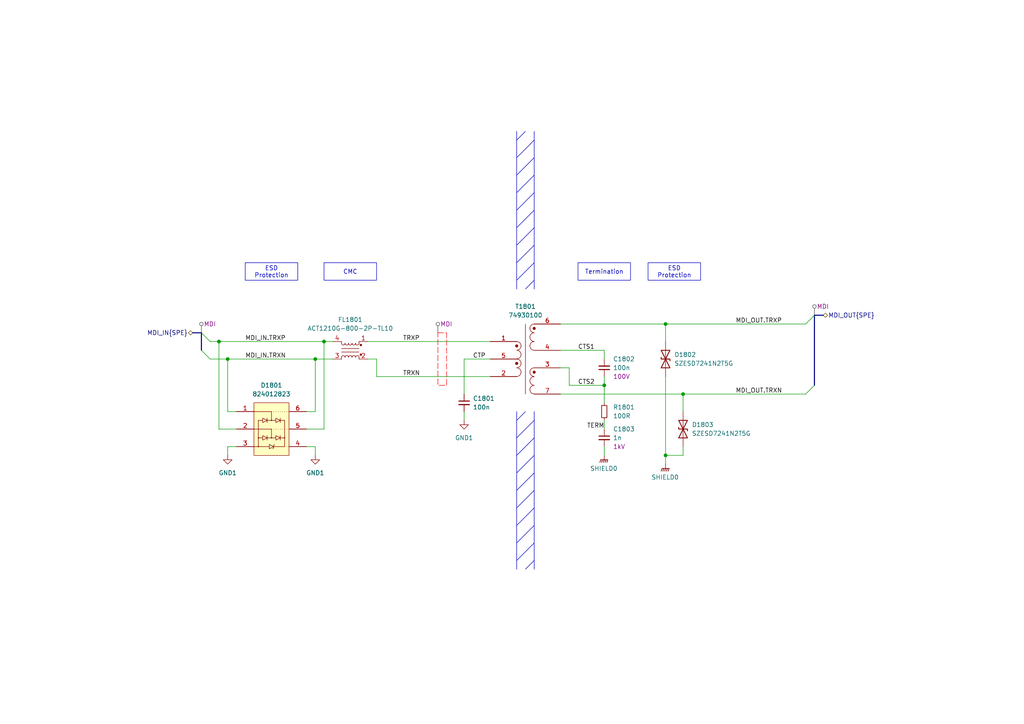
<source format=kicad_sch>
(kicad_sch
	(version 20250114)
	(generator "eeschema")
	(generator_version "9.0")
	(uuid "84d038d6-718d-45e3-b6b8-dc94c586d07e")
	(paper "A4")
	(title_block
		(title "1000BASE-T1 CDN")
		(comment 4 "Coupling-decoupling network for 1000BASE-T1")
	)
	(lib_symbols
		(symbol "COMM-CMC:ACT1210G-800-2P-TL10"
			(pin_names
				(hide yes)
			)
			(exclude_from_sim no)
			(in_bom yes)
			(on_board yes)
			(property "Reference" "FL"
				(at 0 6.35 0)
				(effects
					(font
						(size 1.27 1.27)
					)
				)
			)
			(property "Value" "ACT1210G-800-2P-TL10"
				(at 0 3.81 0)
				(effects
					(font
						(size 1.27 1.27)
					)
				)
			)
			(property "Footprint" "project_footprints:ACT1210G"
				(at 16.51 -94.92 0)
				(effects
					(font
						(size 1.27 1.27)
					)
					(justify left top)
					(hide yes)
				)
			)
			(property "Datasheet" "https://product.tdk.com/en/search/emc/emc/cmf_cmc/info?part_no=ACT1210G-800-2P-TL10"
				(at 16.51 -194.92 0)
				(effects
					(font
						(size 1.27 1.27)
					)
					(justify left top)
					(hide yes)
				)
			)
			(property "Description" "Common Mode Chokes / Filters 80uH 2.4ohm 70mA AEC-Q200 VER 2.0"
				(at 0 -7.62 0)
				(effects
					(font
						(size 1.27 1.27)
					)
					(hide yes)
				)
			)
			(property "Height" "2.5"
				(at 16.51 -394.92 0)
				(effects
					(font
						(size 1.27 1.27)
					)
					(justify left top)
					(hide yes)
				)
			)
			(property "Mouser Part Number" "810-ACT1210G8002PTL1"
				(at 16.51 -494.92 0)
				(effects
					(font
						(size 1.27 1.27)
					)
					(justify left top)
					(hide yes)
				)
			)
			(property "Mouser Price/Stock" "https://www.mouser.co.uk/ProductDetail/TDK/ACT1210G-800-2P-TL10?qs=4ASt3YYao0XH1BiO%252BEsWtg%3D%3D"
				(at 16.51 -594.92 0)
				(effects
					(font
						(size 1.27 1.27)
					)
					(justify left top)
					(hide yes)
				)
			)
			(property "Manufacturer_Name" "TDK"
				(at 16.51 -694.92 0)
				(effects
					(font
						(size 1.27 1.27)
					)
					(justify left top)
					(hide yes)
				)
			)
			(property "Manufacturer_Part_Number" "ACT1210G-800-2P-TL10"
				(at 16.51 -794.92 0)
				(effects
					(font
						(size 1.27 1.27)
					)
					(justify left top)
					(hide yes)
				)
			)
			(symbol "ACT1210G-800-2P-TL10_1_1"
				(circle
					(center -3.048 -1.016)
					(radius 0.254)
					(stroke
						(width 0)
						(type default)
					)
					(fill
						(type outline)
					)
				)
				(circle
					(center -3.048 -3.81)
					(radius 0.254)
					(stroke
						(width 0)
						(type default)
					)
					(fill
						(type outline)
					)
				)
				(polyline
					(pts
						(xy -2.54 -0.508) (xy -2.54 0)
					)
					(stroke
						(width 0)
						(type default)
					)
					(fill
						(type none)
					)
				)
				(polyline
					(pts
						(xy -2.54 -2.032) (xy 2.54 -2.032)
					)
					(stroke
						(width 0)
						(type default)
					)
					(fill
						(type none)
					)
				)
				(polyline
					(pts
						(xy -2.54 -4.572) (xy -2.54 -5.08)
					)
					(stroke
						(width 0)
						(type default)
					)
					(fill
						(type none)
					)
				)
				(arc
					(start -1.524 -0.508)
					(mid -2.032 -1.0138)
					(end -2.54 -0.508)
					(stroke
						(width 0)
						(type default)
					)
					(fill
						(type none)
					)
				)
				(arc
					(start -2.54 -4.572)
					(mid -2.032 -4.0662)
					(end -1.524 -4.572)
					(stroke
						(width 0)
						(type default)
					)
					(fill
						(type none)
					)
				)
				(arc
					(start -0.508 -0.508)
					(mid -1.016 -1.0138)
					(end -1.524 -0.508)
					(stroke
						(width 0)
						(type default)
					)
					(fill
						(type none)
					)
				)
				(arc
					(start -1.524 -4.572)
					(mid -1.016 -4.0662)
					(end -0.508 -4.572)
					(stroke
						(width 0)
						(type default)
					)
					(fill
						(type none)
					)
				)
				(arc
					(start 0.508 -0.508)
					(mid 0 -1.0138)
					(end -0.508 -0.508)
					(stroke
						(width 0)
						(type default)
					)
					(fill
						(type none)
					)
				)
				(arc
					(start -0.508 -4.572)
					(mid 0 -4.0662)
					(end 0.508 -4.572)
					(stroke
						(width 0)
						(type default)
					)
					(fill
						(type none)
					)
				)
				(arc
					(start 1.524 -0.508)
					(mid 1.016 -1.0138)
					(end 0.508 -0.508)
					(stroke
						(width 0)
						(type default)
					)
					(fill
						(type none)
					)
				)
				(arc
					(start 0.508 -4.572)
					(mid 1.016 -4.0662)
					(end 1.524 -4.572)
					(stroke
						(width 0)
						(type default)
					)
					(fill
						(type none)
					)
				)
				(arc
					(start 2.54 -0.508)
					(mid 2.032 -1.0138)
					(end 1.524 -0.508)
					(stroke
						(width 0)
						(type default)
					)
					(fill
						(type none)
					)
				)
				(arc
					(start 1.524 -4.572)
					(mid 2.032 -4.0662)
					(end 2.54 -4.572)
					(stroke
						(width 0)
						(type default)
					)
					(fill
						(type none)
					)
				)
				(polyline
					(pts
						(xy 2.54 0) (xy 2.54 -0.508)
					)
					(stroke
						(width 0)
						(type default)
					)
					(fill
						(type none)
					)
				)
				(polyline
					(pts
						(xy 2.54 -3.048) (xy -2.54 -3.048)
					)
					(stroke
						(width 0)
						(type default)
					)
					(fill
						(type none)
					)
				)
				(polyline
					(pts
						(xy 2.54 -4.572) (xy 2.54 -5.08)
					)
					(stroke
						(width 0)
						(type default)
					)
					(fill
						(type none)
					)
				)
				(pin passive line
					(at -5.08 0 0)
					(length 2.54)
					(name "1"
						(effects
							(font
								(size 1.27 1.27)
							)
						)
					)
					(number "1"
						(effects
							(font
								(size 1.27 1.27)
							)
						)
					)
				)
				(pin passive line
					(at -5.08 -5.08 0)
					(length 2.54)
					(name "2"
						(effects
							(font
								(size 1.27 1.27)
							)
						)
					)
					(number "2"
						(effects
							(font
								(size 1.27 1.27)
							)
						)
					)
				)
				(pin passive line
					(at 5.08 0 180)
					(length 2.54)
					(name "4"
						(effects
							(font
								(size 1.27 1.27)
							)
						)
					)
					(number "4"
						(effects
							(font
								(size 1.27 1.27)
							)
						)
					)
				)
				(pin passive line
					(at 5.08 -5.08 180)
					(length 2.54)
					(name "3"
						(effects
							(font
								(size 1.27 1.27)
							)
						)
					)
					(number "3"
						(effects
							(font
								(size 1.27 1.27)
							)
						)
					)
				)
			)
			(embedded_fonts no)
		)
		(symbol "COMM-TRANSFORMER:74930100"
			(pin_names
				(hide yes)
			)
			(exclude_from_sim no)
			(in_bom yes)
			(on_board yes)
			(property "Reference" "T"
				(at 0 5.08 0)
				(effects
					(font
						(size 1.27 1.27)
					)
				)
			)
			(property "Value" "74930100"
				(at 0 2.54 0)
				(effects
					(font
						(size 1.27 1.27)
					)
				)
			)
			(property "Footprint" "project_footprints:74930100"
				(at 26.67 -94.92 0)
				(effects
					(font
						(size 1.27 1.27)
					)
					(justify left top)
					(hide yes)
				)
			)
			(property "Datasheet" "https://docs.rs-online.com/25b7/A700000007544655.pdf"
				(at 26.67 -194.92 0)
				(effects
					(font
						(size 1.27 1.27)
					)
					(justify left top)
					(hide yes)
				)
			)
			(property "Description" "WE-STST Super Tiny Signal Transformer  10G Base-T, 1000 Base-T1"
				(at 0 -22.86 0)
				(effects
					(font
						(size 1.27 1.27)
					)
					(hide yes)
				)
			)
			(symbol "74930100_0_1"
				(arc
					(start -1.27 -6.35)
					(mid -1.656 -7.2264)
					(end -2.54 -7.5946)
					(stroke
						(width 0)
						(type default)
					)
					(fill
						(type none)
					)
				)
				(arc
					(start -1.27 -8.89)
					(mid -1.656 -9.7664)
					(end -2.54 -10.1346)
					(stroke
						(width 0)
						(type default)
					)
					(fill
						(type none)
					)
				)
				(arc
					(start -1.27 -11.43)
					(mid -1.656 -12.3064)
					(end -2.54 -12.6746)
					(stroke
						(width 0)
						(type default)
					)
					(fill
						(type none)
					)
				)
				(arc
					(start -1.27 -13.97)
					(mid -1.656 -14.8464)
					(end -2.54 -15.2146)
					(stroke
						(width 0)
						(type default)
					)
					(fill
						(type none)
					)
				)
				(arc
					(start -2.54 -5.08)
					(mid -1.642 -5.452)
					(end -1.27 -6.35)
					(stroke
						(width 0)
						(type default)
					)
					(fill
						(type none)
					)
				)
				(arc
					(start -2.54 -7.62)
					(mid -1.642 -7.992)
					(end -1.27 -8.89)
					(stroke
						(width 0)
						(type default)
					)
					(fill
						(type none)
					)
				)
				(arc
					(start -2.54 -10.16)
					(mid -1.642 -10.532)
					(end -1.27 -11.43)
					(stroke
						(width 0)
						(type default)
					)
					(fill
						(type none)
					)
				)
				(arc
					(start -2.54 -12.7)
					(mid -1.642 -13.072)
					(end -1.27 -13.97)
					(stroke
						(width 0)
						(type default)
					)
					(fill
						(type none)
					)
				)
				(polyline
					(pts
						(xy 0 0) (xy 0 -20.32)
					)
					(stroke
						(width 0)
						(type default)
					)
					(fill
						(type none)
					)
				)
				(arc
					(start 1.2954 -1.27)
					(mid 1.6457 -0.3683)
					(end 2.54 0)
					(stroke
						(width 0)
						(type default)
					)
					(fill
						(type none)
					)
				)
				(arc
					(start 1.2954 -3.81)
					(mid 1.6457 -2.9083)
					(end 2.54 -2.54)
					(stroke
						(width 0)
						(type default)
					)
					(fill
						(type none)
					)
				)
				(arc
					(start 1.2954 -6.35)
					(mid 1.6457 -5.4483)
					(end 2.54 -5.08)
					(stroke
						(width 0)
						(type default)
					)
					(fill
						(type none)
					)
				)
				(arc
					(start 1.2954 -13.97)
					(mid 1.6457 -13.0683)
					(end 2.54 -12.7)
					(stroke
						(width 0)
						(type default)
					)
					(fill
						(type none)
					)
				)
				(arc
					(start 1.2954 -16.51)
					(mid 1.6457 -15.6083)
					(end 2.54 -15.24)
					(stroke
						(width 0)
						(type default)
					)
					(fill
						(type none)
					)
				)
				(arc
					(start 1.2954 -19.05)
					(mid 1.6457 -18.1483)
					(end 2.54 -17.78)
					(stroke
						(width 0)
						(type default)
					)
					(fill
						(type none)
					)
				)
				(arc
					(start 2.54 -2.5146)
					(mid 1.6599 -2.1501)
					(end 1.2954 -1.27)
					(stroke
						(width 0)
						(type default)
					)
					(fill
						(type none)
					)
				)
				(arc
					(start 2.54 -5.0546)
					(mid 1.6599 -4.6901)
					(end 1.2954 -3.81)
					(stroke
						(width 0)
						(type default)
					)
					(fill
						(type none)
					)
				)
				(arc
					(start 2.54 -7.5946)
					(mid 1.6599 -7.2301)
					(end 1.2954 -6.35)
					(stroke
						(width 0)
						(type default)
					)
					(fill
						(type none)
					)
				)
				(arc
					(start 2.54 -15.2146)
					(mid 1.6599 -14.8501)
					(end 1.2954 -13.97)
					(stroke
						(width 0)
						(type default)
					)
					(fill
						(type none)
					)
				)
				(arc
					(start 2.54 -17.7546)
					(mid 1.6599 -17.3901)
					(end 1.2954 -16.51)
					(stroke
						(width 0)
						(type default)
					)
					(fill
						(type none)
					)
				)
				(arc
					(start 2.54 -20.2946)
					(mid 1.6599 -19.9301)
					(end 1.2954 -19.05)
					(stroke
						(width 0)
						(type default)
					)
					(fill
						(type none)
					)
				)
			)
			(symbol "74930100_1_1"
				(circle
					(center -2.54 -6.35)
					(radius 0.3592)
					(stroke
						(width 0)
						(type solid)
					)
					(fill
						(type outline)
					)
				)
				(circle
					(center -2.54 -11.43)
					(radius 0.3592)
					(stroke
						(width 0)
						(type solid)
					)
					(fill
						(type outline)
					)
				)
				(circle
					(center 2.54 -1.27)
					(radius 0.3592)
					(stroke
						(width 0)
						(type solid)
					)
					(fill
						(type outline)
					)
				)
				(circle
					(center 2.54 -13.97)
					(radius 0.3592)
					(stroke
						(width 0)
						(type solid)
					)
					(fill
						(type outline)
					)
				)
				(pin passive line
					(at -10.16 -5.08 0)
					(length 7.62)
					(name "IN+"
						(effects
							(font
								(size 1.27 1.27)
							)
						)
					)
					(number "1"
						(effects
							(font
								(size 1.27 1.27)
							)
						)
					)
				)
				(pin passive line
					(at -10.16 -10.16 0)
					(length 7.62)
					(name "PM"
						(effects
							(font
								(size 1.27 1.27)
							)
						)
					)
					(number "5"
						(effects
							(font
								(size 1.27 1.27)
							)
						)
					)
				)
				(pin passive line
					(at -10.16 -15.24 0)
					(length 7.62)
					(name "IN-"
						(effects
							(font
								(size 1.27 1.27)
							)
						)
					)
					(number "2"
						(effects
							(font
								(size 1.27 1.27)
							)
						)
					)
				)
				(pin passive line
					(at 10.16 0 180)
					(length 7.62)
					(name "OUT1A"
						(effects
							(font
								(size 1.27 1.27)
							)
						)
					)
					(number "6"
						(effects
							(font
								(size 1.27 1.27)
							)
						)
					)
				)
				(pin passive line
					(at 10.16 -7.62 180)
					(length 7.62)
					(name "OUT1B"
						(effects
							(font
								(size 1.27 1.27)
							)
						)
					)
					(number "4"
						(effects
							(font
								(size 1.27 1.27)
							)
						)
					)
				)
				(pin passive line
					(at 10.16 -12.7 180)
					(length 7.62)
					(name "OUT2A"
						(effects
							(font
								(size 1.27 1.27)
							)
						)
					)
					(number "3"
						(effects
							(font
								(size 1.27 1.27)
							)
						)
					)
				)
				(pin passive line
					(at 10.16 -20.32 180)
					(length 7.62)
					(name "OUT2B"
						(effects
							(font
								(size 1.27 1.27)
							)
						)
					)
					(number "7"
						(effects
							(font
								(size 1.27 1.27)
							)
						)
					)
				)
			)
			(embedded_fonts no)
		)
		(symbol "Device:C_Small"
			(pin_numbers
				(hide yes)
			)
			(pin_names
				(offset 0.254)
				(hide yes)
			)
			(exclude_from_sim no)
			(in_bom yes)
			(on_board yes)
			(property "Reference" "C"
				(at 0.254 1.778 0)
				(effects
					(font
						(size 1.27 1.27)
					)
					(justify left)
				)
			)
			(property "Value" "C_Small"
				(at 0.254 -2.032 0)
				(effects
					(font
						(size 1.27 1.27)
					)
					(justify left)
				)
			)
			(property "Footprint" ""
				(at 0 0 0)
				(effects
					(font
						(size 1.27 1.27)
					)
					(hide yes)
				)
			)
			(property "Datasheet" "~"
				(at 0 0 0)
				(effects
					(font
						(size 1.27 1.27)
					)
					(hide yes)
				)
			)
			(property "Description" "Unpolarized capacitor, small symbol"
				(at 0 0 0)
				(effects
					(font
						(size 1.27 1.27)
					)
					(hide yes)
				)
			)
			(property "ki_keywords" "capacitor cap"
				(at 0 0 0)
				(effects
					(font
						(size 1.27 1.27)
					)
					(hide yes)
				)
			)
			(property "ki_fp_filters" "C_*"
				(at 0 0 0)
				(effects
					(font
						(size 1.27 1.27)
					)
					(hide yes)
				)
			)
			(symbol "C_Small_0_1"
				(polyline
					(pts
						(xy -1.524 0.508) (xy 1.524 0.508)
					)
					(stroke
						(width 0.3048)
						(type default)
					)
					(fill
						(type none)
					)
				)
				(polyline
					(pts
						(xy -1.524 -0.508) (xy 1.524 -0.508)
					)
					(stroke
						(width 0.3302)
						(type default)
					)
					(fill
						(type none)
					)
				)
			)
			(symbol "C_Small_1_1"
				(pin passive line
					(at 0 2.54 270)
					(length 2.032)
					(name "~"
						(effects
							(font
								(size 1.27 1.27)
							)
						)
					)
					(number "1"
						(effects
							(font
								(size 1.27 1.27)
							)
						)
					)
				)
				(pin passive line
					(at 0 -2.54 90)
					(length 2.032)
					(name "~"
						(effects
							(font
								(size 1.27 1.27)
							)
						)
					)
					(number "2"
						(effects
							(font
								(size 1.27 1.27)
							)
						)
					)
				)
			)
			(embedded_fonts no)
		)
		(symbol "Device:R_Small"
			(pin_numbers
				(hide yes)
			)
			(pin_names
				(offset 0.254)
				(hide yes)
			)
			(exclude_from_sim no)
			(in_bom yes)
			(on_board yes)
			(property "Reference" "R"
				(at 0 0 90)
				(effects
					(font
						(size 1.016 1.016)
					)
				)
			)
			(property "Value" "R_Small"
				(at 1.778 0 90)
				(effects
					(font
						(size 1.27 1.27)
					)
				)
			)
			(property "Footprint" ""
				(at 0 0 0)
				(effects
					(font
						(size 1.27 1.27)
					)
					(hide yes)
				)
			)
			(property "Datasheet" "~"
				(at 0 0 0)
				(effects
					(font
						(size 1.27 1.27)
					)
					(hide yes)
				)
			)
			(property "Description" "Resistor, small symbol"
				(at 0 0 0)
				(effects
					(font
						(size 1.27 1.27)
					)
					(hide yes)
				)
			)
			(property "ki_keywords" "R resistor"
				(at 0 0 0)
				(effects
					(font
						(size 1.27 1.27)
					)
					(hide yes)
				)
			)
			(property "ki_fp_filters" "R_*"
				(at 0 0 0)
				(effects
					(font
						(size 1.27 1.27)
					)
					(hide yes)
				)
			)
			(symbol "R_Small_0_1"
				(rectangle
					(start -0.762 1.778)
					(end 0.762 -1.778)
					(stroke
						(width 0.2032)
						(type default)
					)
					(fill
						(type none)
					)
				)
			)
			(symbol "R_Small_1_1"
				(pin passive line
					(at 0 2.54 270)
					(length 0.762)
					(name "~"
						(effects
							(font
								(size 1.27 1.27)
							)
						)
					)
					(number "1"
						(effects
							(font
								(size 1.27 1.27)
							)
						)
					)
				)
				(pin passive line
					(at 0 -2.54 90)
					(length 0.762)
					(name "~"
						(effects
							(font
								(size 1.27 1.27)
							)
						)
					)
					(number "2"
						(effects
							(font
								(size 1.27 1.27)
							)
						)
					)
				)
			)
			(embedded_fonts no)
		)
		(symbol "PWR-SYM:SHIELD0"
			(power)
			(pin_numbers
				(hide yes)
			)
			(pin_names
				(offset 0)
				(hide yes)
			)
			(exclude_from_sim no)
			(in_bom yes)
			(on_board yes)
			(property "Reference" "#PWR"
				(at 0 -5.08 0)
				(effects
					(font
						(size 1.27 1.27)
					)
					(hide yes)
				)
			)
			(property "Value" "SHIELD0"
				(at 0 -3.302 0)
				(effects
					(font
						(size 1.27 1.27)
					)
				)
			)
			(property "Footprint" ""
				(at 0 -1.27 0)
				(effects
					(font
						(size 1.27 1.27)
					)
					(hide yes)
				)
			)
			(property "Datasheet" ""
				(at 0 -1.27 0)
				(effects
					(font
						(size 1.27 1.27)
					)
					(hide yes)
				)
			)
			(property "Description" "Power symbol creates a global label with name \"SHIELD0\" , global ground"
				(at 0 0 0)
				(effects
					(font
						(size 1.27 1.27)
					)
					(hide yes)
				)
			)
			(property "ki_keywords" "global ground"
				(at 0 0 0)
				(effects
					(font
						(size 1.27 1.27)
					)
					(hide yes)
				)
			)
			(symbol "SHIELD0_0_1"
				(polyline
					(pts
						(xy -1.016 -1.27) (xy -1.27 -2.032) (xy -1.27 -2.032)
					)
					(stroke
						(width 0.2032)
						(type default)
					)
					(fill
						(type none)
					)
				)
				(polyline
					(pts
						(xy -0.508 -1.27) (xy -0.762 -2.032) (xy -0.762 -2.032)
					)
					(stroke
						(width 0.2032)
						(type default)
					)
					(fill
						(type none)
					)
				)
				(polyline
					(pts
						(xy 0 -1.27) (xy 0 0)
					)
					(stroke
						(width 0)
						(type default)
					)
					(fill
						(type none)
					)
				)
				(polyline
					(pts
						(xy 0 -1.27) (xy -0.254 -2.032) (xy -0.254 -2.032)
					)
					(stroke
						(width 0.2032)
						(type default)
					)
					(fill
						(type none)
					)
				)
				(polyline
					(pts
						(xy 0.508 -1.27) (xy 0.254 -2.032) (xy 0.254 -2.032)
					)
					(stroke
						(width 0.2032)
						(type default)
					)
					(fill
						(type none)
					)
				)
				(polyline
					(pts
						(xy 1.016 -1.27) (xy -1.016 -1.27) (xy -1.016 -1.27)
					)
					(stroke
						(width 0.2032)
						(type default)
					)
					(fill
						(type none)
					)
				)
				(polyline
					(pts
						(xy 1.016 -1.27) (xy 0.762 -2.032) (xy 0.762 -2.032) (xy 0.762 -2.032)
					)
					(stroke
						(width 0.2032)
						(type default)
					)
					(fill
						(type none)
					)
				)
			)
			(symbol "SHIELD0_1_1"
				(pin power_in line
					(at 0 0 270)
					(length 0)
					(name "~"
						(effects
							(font
								(size 1.27 1.27)
							)
						)
					)
					(number "1"
						(effects
							(font
								(size 1.27 1.27)
							)
						)
					)
				)
			)
			(embedded_fonts no)
		)
		(symbol "TVS:824012823"
			(exclude_from_sim no)
			(in_bom yes)
			(on_board yes)
			(property "Reference" "D"
				(at 0 5.08 0)
				(effects
					(font
						(size 1.27 1.27)
					)
				)
			)
			(property "Value" "824012823"
				(at 0 2.54 0)
				(effects
					(font
						(size 1.27 1.27)
					)
				)
			)
			(property "Footprint" "project_footprints:824012823"
				(at 31.75 -94.92 0)
				(effects
					(font
						(size 1.27 1.27)
					)
					(justify left top)
					(hide yes)
				)
			)
			(property "Datasheet" "https://www.we-online.com/catalog/datasheet/824012823.pdf"
				(at 31.75 -194.92 0)
				(effects
					(font
						(size 1.27 1.27)
					)
					(justify left top)
					(hide yes)
				)
			)
			(property "Description" "ESD Suppressors / TVS Diodes WE-TVS Diode Array 3.3V 0.18pF 2Channel"
				(at 0 -17.78 0)
				(effects
					(font
						(size 1.27 1.27)
					)
					(hide yes)
				)
			)
			(property "Height" "0.5"
				(at 31.75 -394.92 0)
				(effects
					(font
						(size 1.27 1.27)
					)
					(justify left top)
					(hide yes)
				)
			)
			(property "Mouser Part Number" "710-824012823"
				(at 31.75 -494.92 0)
				(effects
					(font
						(size 1.27 1.27)
					)
					(justify left top)
					(hide yes)
				)
			)
			(property "Mouser Price/Stock" "https://www.mouser.co.uk/ProductDetail/Wurth-Elektronik/824012823?qs=rrS6PyfT74dPtw7q26tZFg%3D%3D"
				(at 31.75 -594.92 0)
				(effects
					(font
						(size 1.27 1.27)
					)
					(justify left top)
					(hide yes)
				)
			)
			(property "Manufacturer_Name" "Wurth Elektronik"
				(at 31.75 -694.92 0)
				(effects
					(font
						(size 1.27 1.27)
					)
					(justify left top)
					(hide yes)
				)
			)
			(property "Manufacturer_Part_Number" "824012823"
				(at 31.75 -794.92 0)
				(effects
					(font
						(size 1.27 1.27)
					)
					(justify left top)
					(hide yes)
				)
			)
			(symbol "824012823_0_1"
				(polyline
					(pts
						(xy -5.08 -7.62) (xy 0 -7.62) (xy 0 -10.16)
					)
					(stroke
						(width 0)
						(type default)
					)
					(fill
						(type none)
					)
				)
				(polyline
					(pts
						(xy -3.81 -5.08) (xy -3.81 -12.7)
					)
					(stroke
						(width 0)
						(type default)
					)
					(fill
						(type none)
					)
				)
				(circle
					(center -3.81 -10.16)
					(radius 0.1127)
					(stroke
						(width 0)
						(type default)
					)
					(fill
						(type none)
					)
				)
				(circle
					(center -3.81 -12.7)
					(radius 0.1127)
					(stroke
						(width 0)
						(type default)
					)
					(fill
						(type none)
					)
				)
				(polyline
					(pts
						(xy -3.81 -12.7) (xy -5.08 -12.7)
					)
					(stroke
						(width 0)
						(type default)
					)
					(fill
						(type none)
					)
				)
				(polyline
					(pts
						(xy -1.27 -4.445) (xy -1.27 -5.715)
					)
					(stroke
						(width 0)
						(type default)
					)
					(fill
						(type none)
					)
				)
				(polyline
					(pts
						(xy -1.27 -5.08) (xy 1.27 -5.08)
					)
					(stroke
						(width 0)
						(type default)
					)
					(fill
						(type none)
					)
				)
				(polyline
					(pts
						(xy -1.27 -5.08) (xy -2.54 -4.445) (xy -2.54 -5.715) (xy -1.27 -5.08)
					)
					(stroke
						(width 0)
						(type default)
					)
					(fill
						(type none)
					)
				)
				(polyline
					(pts
						(xy -1.27 -9.525) (xy -1.27 -10.795)
					)
					(stroke
						(width 0)
						(type default)
					)
					(fill
						(type none)
					)
				)
				(polyline
					(pts
						(xy -1.27 -10.16) (xy 1.27 -10.16)
					)
					(stroke
						(width 0)
						(type default)
					)
					(fill
						(type none)
					)
				)
				(polyline
					(pts
						(xy -1.27 -10.16) (xy -2.54 -9.525) (xy -2.54 -10.795) (xy -1.27 -10.16)
					)
					(stroke
						(width 0)
						(type default)
					)
					(fill
						(type none)
					)
				)
				(polyline
					(pts
						(xy -0.635 -12.7) (xy -3.81 -12.7)
					)
					(stroke
						(width 0)
						(type default)
					)
					(fill
						(type none)
					)
				)
				(polyline
					(pts
						(xy 0 -5.08) (xy 0 -2.54) (xy -5.08 -2.54)
					)
					(stroke
						(width 0)
						(type default)
					)
					(fill
						(type none)
					)
				)
				(circle
					(center 0 -5.08)
					(radius 0.1127)
					(stroke
						(width 0)
						(type default)
					)
					(fill
						(type none)
					)
				)
				(circle
					(center 0 -10.16)
					(radius 0.1127)
					(stroke
						(width 0)
						(type default)
					)
					(fill
						(type none)
					)
				)
				(polyline
					(pts
						(xy 0.387 -13.35) (xy 0.387 -13.35)
					)
					(stroke
						(width 0)
						(type default)
					)
					(fill
						(type none)
					)
				)
				(polyline
					(pts
						(xy 0.635 -12.7) (xy -0.635 -12.065) (xy -0.635 -13.335) (xy 0.635 -12.7)
					)
					(stroke
						(width 0)
						(type default)
					)
					(fill
						(type none)
					)
				)
				(polyline
					(pts
						(xy 0.895 -12.06) (xy 0.641 -12.314) (xy 0.641 -13.076) (xy 0.387 -13.33)
					)
					(stroke
						(width 0)
						(type default)
					)
					(fill
						(type none)
					)
				)
				(polyline
					(pts
						(xy 2.54 -4.445) (xy 2.54 -5.715)
					)
					(stroke
						(width 0)
						(type default)
					)
					(fill
						(type none)
					)
				)
				(polyline
					(pts
						(xy 2.54 -5.08) (xy 1.27 -4.445) (xy 1.27 -5.715) (xy 2.54 -5.08)
					)
					(stroke
						(width 0)
						(type default)
					)
					(fill
						(type none)
					)
				)
				(polyline
					(pts
						(xy 2.54 -9.525) (xy 2.54 -10.795)
					)
					(stroke
						(width 0)
						(type default)
					)
					(fill
						(type none)
					)
				)
				(polyline
					(pts
						(xy 2.54 -10.16) (xy 1.27 -9.525) (xy 1.27 -10.795) (xy 2.54 -10.16)
					)
					(stroke
						(width 0)
						(type default)
					)
					(fill
						(type none)
					)
				)
				(polyline
					(pts
						(xy 3.81 -5.08) (xy 3.81 -12.7)
					)
					(stroke
						(width 0)
						(type default)
					)
					(fill
						(type none)
					)
				)
				(circle
					(center 3.81 -10.16)
					(radius 0.1127)
					(stroke
						(width 0)
						(type default)
					)
					(fill
						(type none)
					)
				)
				(polyline
					(pts
						(xy 3.81 -12.7) (xy 0.635 -12.7)
					)
					(stroke
						(width 0)
						(type default)
					)
					(fill
						(type none)
					)
				)
			)
			(symbol "824012823_1_1"
				(rectangle
					(start -5.08 0)
					(end 5.08 -15.24)
					(stroke
						(width 0)
						(type solid)
					)
					(fill
						(type background)
					)
				)
				(polyline
					(pts
						(xy -2.54 -5.08) (xy -3.81 -5.08)
					)
					(stroke
						(width 0)
						(type default)
					)
					(fill
						(type none)
					)
				)
				(polyline
					(pts
						(xy -2.54 -10.16) (xy -3.81 -10.16)
					)
					(stroke
						(width 0)
						(type default)
					)
					(fill
						(type none)
					)
				)
				(polyline
					(pts
						(xy 0 -2.54) (xy 5.08 -2.54)
					)
					(stroke
						(width 0)
						(type dot)
					)
					(fill
						(type none)
					)
				)
				(polyline
					(pts
						(xy 0 -7.62) (xy 5.08 -7.62)
					)
					(stroke
						(width 0)
						(type dot)
					)
					(fill
						(type none)
					)
				)
				(polyline
					(pts
						(xy 3.81 -5.08) (xy 2.54 -5.08)
					)
					(stroke
						(width 0)
						(type default)
					)
					(fill
						(type none)
					)
				)
				(polyline
					(pts
						(xy 3.81 -10.16) (xy 2.54 -10.16)
					)
					(stroke
						(width 0)
						(type default)
					)
					(fill
						(type none)
					)
				)
				(polyline
					(pts
						(xy 5.08 -12.7) (xy 3.81 -12.7)
					)
					(stroke
						(width 0)
						(type dot)
					)
					(fill
						(type none)
					)
				)
				(pin passive line
					(at -10.16 -2.54 0)
					(length 5.08)
					(name "~"
						(effects
							(font
								(size 1.27 1.27)
							)
						)
					)
					(number "1"
						(effects
							(font
								(size 1.27 1.27)
							)
						)
					)
				)
				(pin passive line
					(at -10.16 -7.62 0)
					(length 5.08)
					(name "~"
						(effects
							(font
								(size 1.27 1.27)
							)
						)
					)
					(number "2"
						(effects
							(font
								(size 1.27 1.27)
							)
						)
					)
				)
				(pin passive line
					(at -10.16 -12.7 0)
					(length 5.08)
					(name "~"
						(effects
							(font
								(size 1.27 1.27)
							)
						)
					)
					(number "3"
						(effects
							(font
								(size 1.27 1.27)
							)
						)
					)
				)
				(pin passive line
					(at 10.16 -2.54 180)
					(length 5.08)
					(name "~"
						(effects
							(font
								(size 1.27 1.27)
							)
						)
					)
					(number "6"
						(effects
							(font
								(size 1.27 1.27)
							)
						)
					)
				)
				(pin passive line
					(at 10.16 -7.62 180)
					(length 5.08)
					(name "~"
						(effects
							(font
								(size 1.27 1.27)
							)
						)
					)
					(number "5"
						(effects
							(font
								(size 1.27 1.27)
							)
						)
					)
				)
				(pin passive line
					(at 10.16 -12.7 180)
					(length 5.08)
					(name "~"
						(effects
							(font
								(size 1.27 1.27)
							)
						)
					)
					(number "4"
						(effects
							(font
								(size 1.27 1.27)
							)
						)
					)
				)
			)
			(embedded_fonts no)
		)
		(symbol "TVS:SZESD7241N2T5G"
			(pin_numbers
				(hide yes)
			)
			(pin_names
				(hide yes)
			)
			(exclude_from_sim no)
			(in_bom yes)
			(on_board yes)
			(property "Reference" "D"
				(at 0 3.81 0)
				(effects
					(font
						(size 1.27 1.27)
					)
				)
			)
			(property "Value" "SZESD7241N2T5G"
				(at 0 1.27 0)
				(effects
					(font
						(size 1.27 1.27)
					)
				)
			)
			(property "Footprint" "project_footprints:SZESD7462N2T5G"
				(at -16.51 -10.16 0)
				(effects
					(font
						(size 1.27 1.27)
					)
					(justify left bottom)
					(hide yes)
				)
			)
			(property "Datasheet" "https://www.onsemi.com/pub/Collateral/ESD7241-D.PDF"
				(at -29.21 -12.7 0)
				(effects
					(font
						(size 1.27 1.27)
					)
					(justify left bottom)
					(hide yes)
				)
			)
			(property "Description" "SZESD7241MXWT5G Wettable Flank Package; SZ Prefix for Automotive and Other Applications Requiring Unique Site and Control Change Requirements; AECQ101 Qualified and PPAP CapableSZ Prefix for Automotive and Other Applications Requiring Unique Site and Control Change Requirements; AECQ101 Qualified and PPAP Capable; Ultra-Low Capacitance: < 1.0pF Max; Low Leakage: < 0.5uA; IEC61000-4-2 (ESD): Level 4 +/-28kV Contact; IEC61000-4-4 (EFT): 40A - 5/50ns; IEC61000-4-5 (Lightning): 1A - 8/20us; These Devices are Pb"
				(at 0 -6.35 0)
				(effects
					(font
						(size 1.27 1.27)
					)
					(hide yes)
				)
			)
			(property "Height" "0.4"
				(at -1.27 -15.24 0)
				(effects
					(font
						(size 1.27 1.27)
					)
					(justify left bottom)
					(hide yes)
				)
			)
			(property "Mouser Part Number" "863-SZESD7241N2T5G"
				(at -11.43 -17.78 0)
				(effects
					(font
						(size 1.27 1.27)
					)
					(justify left bottom)
					(hide yes)
				)
			)
			(property "Mouser Price/Stock" "https://www.mouser.co.uk/ProductDetail/onsemi/SZESD7241N2T5G?qs=z6PAvqrnkvSq0oMCl81g4Q%3D%3D"
				(at -49.53 -20.32 0)
				(effects
					(font
						(size 1.27 1.27)
					)
					(justify left bottom)
					(hide yes)
				)
			)
			(property "Manufacturer_Name" "onsemi"
				(at -3.81 -22.86 0)
				(effects
					(font
						(size 1.27 1.27)
					)
					(justify left bottom)
					(hide yes)
				)
			)
			(property "Manufacturer_Part_Number" "SZESD7241N2T5G"
				(at -8.89 -25.4 0)
				(effects
					(font
						(size 1.27 1.27)
					)
					(justify left bottom)
					(hide yes)
				)
			)
			(symbol "SZESD7241N2T5G_0_1"
				(polyline
					(pts
						(xy -2.54 -1.27) (xy -2.54 -3.81) (xy 2.54 -1.27) (xy 2.54 -3.81) (xy -2.54 -1.27)
					)
					(stroke
						(width 0.254)
						(type default)
					)
					(fill
						(type none)
					)
				)
				(polyline
					(pts
						(xy 0.508 -1.27) (xy 0 -1.27) (xy 0 -3.81) (xy -0.508 -3.81)
					)
					(stroke
						(width 0.254)
						(type default)
					)
					(fill
						(type none)
					)
				)
				(polyline
					(pts
						(xy 1.27 -2.54) (xy -1.27 -2.54)
					)
					(stroke
						(width 0)
						(type default)
					)
					(fill
						(type none)
					)
				)
			)
			(symbol "SZESD7241N2T5G_1_1"
				(pin passive line
					(at -5.08 -2.54 0)
					(length 3.81)
					(name "A1"
						(effects
							(font
								(size 1.27 1.27)
							)
						)
					)
					(number "1"
						(effects
							(font
								(size 1.27 1.27)
							)
						)
					)
				)
				(pin passive line
					(at 5.08 -2.54 180)
					(length 3.81)
					(name "A2"
						(effects
							(font
								(size 1.27 1.27)
							)
						)
					)
					(number "2"
						(effects
							(font
								(size 1.27 1.27)
							)
						)
					)
				)
			)
			(embedded_fonts no)
		)
		(symbol "power:GND1"
			(power)
			(pin_numbers
				(hide yes)
			)
			(pin_names
				(offset 0)
				(hide yes)
			)
			(exclude_from_sim no)
			(in_bom yes)
			(on_board yes)
			(property "Reference" "#PWR"
				(at 0 -6.35 0)
				(effects
					(font
						(size 1.27 1.27)
					)
					(hide yes)
				)
			)
			(property "Value" "GND1"
				(at 0 -3.81 0)
				(effects
					(font
						(size 1.27 1.27)
					)
				)
			)
			(property "Footprint" ""
				(at 0 0 0)
				(effects
					(font
						(size 1.27 1.27)
					)
					(hide yes)
				)
			)
			(property "Datasheet" ""
				(at 0 0 0)
				(effects
					(font
						(size 1.27 1.27)
					)
					(hide yes)
				)
			)
			(property "Description" "Power symbol creates a global label with name \"GND1\" , ground"
				(at 0 0 0)
				(effects
					(font
						(size 1.27 1.27)
					)
					(hide yes)
				)
			)
			(property "ki_keywords" "global power"
				(at 0 0 0)
				(effects
					(font
						(size 1.27 1.27)
					)
					(hide yes)
				)
			)
			(symbol "GND1_0_1"
				(polyline
					(pts
						(xy 0 0) (xy 0 -1.27) (xy 1.27 -1.27) (xy 0 -2.54) (xy -1.27 -1.27) (xy 0 -1.27)
					)
					(stroke
						(width 0)
						(type default)
					)
					(fill
						(type none)
					)
				)
			)
			(symbol "GND1_1_1"
				(pin power_in line
					(at 0 0 270)
					(length 0)
					(name "~"
						(effects
							(font
								(size 1.27 1.27)
							)
						)
					)
					(number "1"
						(effects
							(font
								(size 1.27 1.27)
							)
						)
					)
				)
			)
			(embedded_fonts no)
		)
	)
	(text_box "Termination"
		(exclude_from_sim no)
		(at 167.64 76.2 0)
		(size 15.24 5.08)
		(margins 0.9525 0.9525 0.9525 0.9525)
		(stroke
			(width 0)
			(type solid)
		)
		(fill
			(type none)
		)
		(effects
			(font
				(size 1.27 1.27)
			)
		)
		(uuid "0498934b-12a1-4b93-b097-44f0d290fc1e")
	)
	(text_box "ESD Protection"
		(exclude_from_sim no)
		(at 71.12 76.2 0)
		(size 15.24 5.08)
		(margins 0.9525 0.9525 0.9525 0.9525)
		(stroke
			(width 0)
			(type solid)
		)
		(fill
			(type none)
		)
		(effects
			(font
				(size 1.27 1.27)
			)
		)
		(uuid "39fe3de0-5c13-4b0d-b329-fc107c990e39")
	)
	(text_box "CMC"
		(exclude_from_sim no)
		(at 93.98 76.2 0)
		(size 15.24 5.08)
		(margins 0.9525 0.9525 0.9525 0.9525)
		(stroke
			(width 0)
			(type solid)
		)
		(fill
			(type none)
		)
		(effects
			(font
				(size 1.27 1.27)
			)
		)
		(uuid "796b9f29-c903-4230-97be-4337da9beb7a")
	)
	(text_box "ESD Protection"
		(exclude_from_sim no)
		(at 187.96 76.2 0)
		(size 15.24 5.08)
		(margins 0.9525 0.9525 0.9525 0.9525)
		(stroke
			(width 0)
			(type solid)
		)
		(fill
			(type none)
		)
		(effects
			(font
				(size 1.27 1.27)
			)
		)
		(uuid "a0643474-0d2d-460a-a4f2-63bea4f7eaef")
	)
	(junction
		(at 175.26 111.76)
		(diameter 0)
		(color 0 0 0 0)
		(uuid "10b770ad-cc22-4d76-a626-ab200b03182a")
	)
	(junction
		(at 93.98 99.06)
		(diameter 0)
		(color 0 0 0 0)
		(uuid "36d125ea-667a-4693-a2fb-0ad614d51b2e")
	)
	(junction
		(at 66.04 104.14)
		(diameter 0)
		(color 0 0 0 0)
		(uuid "46295377-8023-4482-9e59-ef72a9dda260")
	)
	(junction
		(at 198.12 114.3)
		(diameter 0)
		(color 0 0 0 0)
		(uuid "5da289c7-621e-446c-a39b-54e18422f53e")
	)
	(junction
		(at 91.44 104.14)
		(diameter 0)
		(color 0 0 0 0)
		(uuid "6fa130b0-e180-4e2b-a9d8-86b0afeb7296")
	)
	(junction
		(at 193.04 93.98)
		(diameter 0)
		(color 0 0 0 0)
		(uuid "a0a1f454-46ba-4530-be06-4287b6c01f19")
	)
	(junction
		(at 193.04 132.08)
		(diameter 0)
		(color 0 0 0 0)
		(uuid "a4039b26-deea-44bf-a2be-b7ee1c7af39b")
	)
	(junction
		(at 63.5 99.06)
		(diameter 0)
		(color 0 0 0 0)
		(uuid "d70bd43f-bc3c-4853-a1da-230a85604063")
	)
	(bus_entry
		(at 236.22 91.44)
		(size -2.54 2.54)
		(stroke
			(width 0)
			(type default)
		)
		(uuid "2af20bf7-6ad7-4afb-b418-ea8745934438")
	)
	(bus_entry
		(at 236.22 111.76)
		(size -2.54 2.54)
		(stroke
			(width 0)
			(type default)
		)
		(uuid "6088f7a9-615e-47fb-ab8e-e3ee857ac730")
	)
	(bus_entry
		(at 58.42 101.6)
		(size 2.54 2.54)
		(stroke
			(width 0)
			(type default)
		)
		(uuid "cea0834e-a053-49d9-a86e-ac1f088b30e2")
	)
	(bus_entry
		(at 58.42 96.52)
		(size 2.54 2.54)
		(stroke
			(width 0)
			(type default)
		)
		(uuid "f17f8b73-1865-4eca-b4fe-18dc3e4c4c47")
	)
	(wire
		(pts
			(xy 68.58 119.38) (xy 66.04 119.38)
		)
		(stroke
			(width 0)
			(type default)
		)
		(uuid "06cc8aa8-a53a-4926-b907-5dbc9c4115dd")
	)
	(wire
		(pts
			(xy 60.96 104.14) (xy 66.04 104.14)
		)
		(stroke
			(width 0)
			(type default)
		)
		(uuid "07c98117-8526-4ac7-9e21-4f816ea139f5")
	)
	(wire
		(pts
			(xy 66.04 119.38) (xy 66.04 104.14)
		)
		(stroke
			(width 0)
			(type default)
		)
		(uuid "0a6ecc19-efcc-4043-9a0f-971d6e8440f0")
	)
	(wire
		(pts
			(xy 193.04 132.08) (xy 198.12 132.08)
		)
		(stroke
			(width 0)
			(type default)
		)
		(uuid "0d337600-f749-4ba4-bfcb-6f5d221dde5c")
	)
	(polyline
		(pts
			(xy 149.86 40.64) (xy 152.4 38.1)
		)
		(stroke
			(width 0)
			(type default)
		)
		(uuid "10c019fd-2389-42d4-abcb-479483e87f25")
	)
	(wire
		(pts
			(xy 91.44 119.38) (xy 91.44 104.14)
		)
		(stroke
			(width 0)
			(type default)
		)
		(uuid "13a62d03-99b9-4959-990c-aee1c6840315")
	)
	(polyline
		(pts
			(xy 149.86 71.12) (xy 154.94 66.04)
		)
		(stroke
			(width 0)
			(type default)
		)
		(uuid "147b1c9a-4a3e-4b95-8fed-1f0976a7c3b3")
	)
	(wire
		(pts
			(xy 162.56 93.98) (xy 193.04 93.98)
		)
		(stroke
			(width 0)
			(type default)
		)
		(uuid "1ab3f234-5298-4864-b48d-cd9b7f9a19ce")
	)
	(wire
		(pts
			(xy 88.9 124.46) (xy 93.98 124.46)
		)
		(stroke
			(width 0)
			(type default)
		)
		(uuid "1c581b0d-fc8f-47ed-bc5f-63258abdbb7a")
	)
	(polyline
		(pts
			(xy 149.86 132.08) (xy 154.94 127)
		)
		(stroke
			(width 0)
			(type default)
		)
		(uuid "1df021af-fc8e-4898-8e67-489709b913a5")
	)
	(wire
		(pts
			(xy 134.62 121.92) (xy 134.62 119.38)
		)
		(stroke
			(width 0)
			(type default)
		)
		(uuid "1f8e1106-ce3c-4f09-a7e3-1ed4bf1f9772")
	)
	(polyline
		(pts
			(xy 149.86 38.1) (xy 149.86 83.82)
		)
		(stroke
			(width 0)
			(type default)
		)
		(uuid "1f8eb832-3d38-4ad1-abce-6d65dcdb7595")
	)
	(bus
		(pts
			(xy 238.76 91.44) (xy 236.22 91.44)
		)
		(stroke
			(width 0)
			(type default)
		)
		(uuid "2565f10f-7cc9-4ff6-9dab-48b133b73cf6")
	)
	(wire
		(pts
			(xy 63.5 99.06) (xy 93.98 99.06)
		)
		(stroke
			(width 0)
			(type default)
		)
		(uuid "2766180e-eb83-48d7-8cb9-9f3bd4d3e9ff")
	)
	(wire
		(pts
			(xy 198.12 114.3) (xy 198.12 119.38)
		)
		(stroke
			(width 0)
			(type default)
		)
		(uuid "290447e6-e8c9-4d83-a4a5-921ffe930f89")
	)
	(wire
		(pts
			(xy 162.56 101.6) (xy 175.26 101.6)
		)
		(stroke
			(width 0)
			(type default)
		)
		(uuid "317a3164-b636-4888-8b73-5bd496bd3e12")
	)
	(wire
		(pts
			(xy 134.62 114.3) (xy 134.62 104.14)
		)
		(stroke
			(width 0)
			(type default)
		)
		(uuid "34f58bf1-83b0-4c4f-821f-12dcfc2652b7")
	)
	(bus
		(pts
			(xy 58.42 96.52) (xy 58.42 101.6)
		)
		(stroke
			(width 0)
			(type default)
		)
		(uuid "3565fb6a-8702-467c-8135-05ca9fdc25ee")
	)
	(polyline
		(pts
			(xy 149.86 121.92) (xy 152.4 119.38)
		)
		(stroke
			(width 0)
			(type default)
		)
		(uuid "37a60110-efc4-4af0-86c9-5a6213fc0e6d")
	)
	(wire
		(pts
			(xy 165.1 111.76) (xy 175.26 111.76)
		)
		(stroke
			(width 0)
			(type default)
		)
		(uuid "3b68c051-9a62-4ecc-bedf-9d13465698f9")
	)
	(wire
		(pts
			(xy 109.22 104.14) (xy 109.22 109.22)
		)
		(stroke
			(width 0)
			(type default)
		)
		(uuid "3ee8ce2b-e9a4-4f59-87a4-6af8c955bdf7")
	)
	(polyline
		(pts
			(xy 152.4 165.1) (xy 154.94 162.56)
		)
		(stroke
			(width 0)
			(type default)
		)
		(uuid "4440af20-9339-4d00-a88f-bad37693c548")
	)
	(wire
		(pts
			(xy 198.12 114.3) (xy 233.68 114.3)
		)
		(stroke
			(width 0)
			(type default)
		)
		(uuid "44cd379f-1ee2-4a67-baa0-a234811d96ae")
	)
	(wire
		(pts
			(xy 175.26 101.6) (xy 175.26 104.14)
		)
		(stroke
			(width 0)
			(type default)
		)
		(uuid "49552cb3-dcda-43f7-a695-85839372d8b7")
	)
	(wire
		(pts
			(xy 109.22 109.22) (xy 142.24 109.22)
		)
		(stroke
			(width 0)
			(type default)
		)
		(uuid "4faad2c0-d918-4653-bdcd-f5ee1ca37f05")
	)
	(wire
		(pts
			(xy 134.62 104.14) (xy 142.24 104.14)
		)
		(stroke
			(width 0)
			(type default)
		)
		(uuid "52c1dcf4-1ea7-46ed-9da9-92dddd644c4f")
	)
	(polyline
		(pts
			(xy 149.86 162.56) (xy 154.94 157.48)
		)
		(stroke
			(width 0)
			(type default)
		)
		(uuid "5a1e3977-8323-4e7d-a1b3-0fcbe998d8c9")
	)
	(wire
		(pts
			(xy 165.1 111.76) (xy 165.1 106.68)
		)
		(stroke
			(width 0)
			(type default)
		)
		(uuid "5a59a449-ddbc-43b7-90cc-4996ad9fe6cd")
	)
	(wire
		(pts
			(xy 193.04 132.08) (xy 193.04 134.62)
		)
		(stroke
			(width 0)
			(type default)
		)
		(uuid "63742fd4-e908-489b-a4c3-d1c6f0b99105")
	)
	(polyline
		(pts
			(xy 149.86 60.96) (xy 154.94 55.88)
		)
		(stroke
			(width 0)
			(type default)
		)
		(uuid "6616ea96-a695-4e2e-857e-46439192b98a")
	)
	(polyline
		(pts
			(xy 154.94 38.1) (xy 154.94 83.82)
		)
		(stroke
			(width 0)
			(type default)
		)
		(uuid "6de54ef0-dfbb-40eb-95c1-3c8383422db1")
	)
	(polyline
		(pts
			(xy 149.86 66.04) (xy 154.94 60.96)
		)
		(stroke
			(width 0)
			(type default)
		)
		(uuid "72806dff-c5c8-4a42-acc9-55bc967e3e7a")
	)
	(polyline
		(pts
			(xy 149.86 152.4) (xy 154.94 147.32)
		)
		(stroke
			(width 0)
			(type default)
		)
		(uuid "73c9e6c9-9c1e-4738-919a-944620e2e875")
	)
	(wire
		(pts
			(xy 162.56 114.3) (xy 198.12 114.3)
		)
		(stroke
			(width 0)
			(type default)
		)
		(uuid "770a7def-e0cd-4a77-8f58-7cd6afd2c023")
	)
	(wire
		(pts
			(xy 66.04 132.08) (xy 66.04 129.54)
		)
		(stroke
			(width 0)
			(type default)
		)
		(uuid "7b866c9a-54c2-4c64-bf18-2cf4bdf4f951")
	)
	(polyline
		(pts
			(xy 149.86 127) (xy 154.94 121.92)
		)
		(stroke
			(width 0)
			(type default)
		)
		(uuid "808051f7-4fcb-4854-a7b4-eaafa05d5af1")
	)
	(wire
		(pts
			(xy 93.98 99.06) (xy 96.52 99.06)
		)
		(stroke
			(width 0)
			(type default)
		)
		(uuid "8369467e-2de5-4c4a-af40-f8b4d054063d")
	)
	(polyline
		(pts
			(xy 149.86 45.72) (xy 154.94 40.64)
		)
		(stroke
			(width 0)
			(type default)
		)
		(uuid "84aa8a31-3a01-4b53-b643-9a8d85cc720c")
	)
	(wire
		(pts
			(xy 165.1 106.68) (xy 162.56 106.68)
		)
		(stroke
			(width 0)
			(type default)
		)
		(uuid "856d74e6-3470-41ff-8a1f-3d60fe7376a6")
	)
	(wire
		(pts
			(xy 106.68 104.14) (xy 109.22 104.14)
		)
		(stroke
			(width 0)
			(type default)
		)
		(uuid "8dddcc7d-1ed0-46ab-906b-796759f544eb")
	)
	(polyline
		(pts
			(xy 149.86 157.48) (xy 154.94 152.4)
		)
		(stroke
			(width 0)
			(type default)
		)
		(uuid "91f09ddf-637f-4173-b6eb-1d48c6a20179")
	)
	(wire
		(pts
			(xy 93.98 124.46) (xy 93.98 99.06)
		)
		(stroke
			(width 0)
			(type default)
		)
		(uuid "9261e0bb-8e29-4adc-a3d4-5da6dbe505bc")
	)
	(wire
		(pts
			(xy 175.26 129.54) (xy 175.26 132.08)
		)
		(stroke
			(width 0)
			(type default)
		)
		(uuid "960e1819-4e07-4310-b29d-51a2a2028a36")
	)
	(wire
		(pts
			(xy 193.04 93.98) (xy 233.68 93.98)
		)
		(stroke
			(width 0)
			(type default)
		)
		(uuid "96a6cb54-5c7f-4e54-92fe-53d51a3b99df")
	)
	(wire
		(pts
			(xy 66.04 129.54) (xy 68.58 129.54)
		)
		(stroke
			(width 0)
			(type default)
		)
		(uuid "9aac6f14-2232-4bf1-a610-b02ddbbfcfb4")
	)
	(bus
		(pts
			(xy 55.88 96.52) (xy 58.42 96.52)
		)
		(stroke
			(width 0)
			(type default)
		)
		(uuid "9ef7423d-e113-47c3-9dc6-9a6a9f6e7d00")
	)
	(polyline
		(pts
			(xy 152.4 83.82) (xy 154.94 81.28)
		)
		(stroke
			(width 0)
			(type default)
		)
		(uuid "a3416157-5740-4e96-8a9b-237bca9d8187")
	)
	(wire
		(pts
			(xy 91.44 129.54) (xy 88.9 129.54)
		)
		(stroke
			(width 0)
			(type default)
		)
		(uuid "a998e377-d964-45ee-a881-ef2798c54c41")
	)
	(wire
		(pts
			(xy 193.04 93.98) (xy 193.04 99.06)
		)
		(stroke
			(width 0)
			(type default)
		)
		(uuid "ac118682-a945-4c69-9db8-89c93ce34996")
	)
	(wire
		(pts
			(xy 63.5 99.06) (xy 63.5 124.46)
		)
		(stroke
			(width 0)
			(type default)
		)
		(uuid "ac8ae3ed-3e00-453b-b289-93b74fb93a59")
	)
	(wire
		(pts
			(xy 198.12 132.08) (xy 198.12 129.54)
		)
		(stroke
			(width 0)
			(type default)
		)
		(uuid "ae61aeea-4087-4b24-8d66-6cf6c132ef06")
	)
	(wire
		(pts
			(xy 91.44 132.08) (xy 91.44 129.54)
		)
		(stroke
			(width 0)
			(type default)
		)
		(uuid "ae8583ed-a5b9-4ef9-817d-2c595e920aa4")
	)
	(wire
		(pts
			(xy 175.26 109.22) (xy 175.26 111.76)
		)
		(stroke
			(width 0)
			(type default)
		)
		(uuid "b045136a-f928-4020-94d3-c91f03974991")
	)
	(bus
		(pts
			(xy 236.22 91.44) (xy 236.22 111.76)
		)
		(stroke
			(width 0)
			(type default)
		)
		(uuid "b34e3d80-14cc-40fc-b1c1-222ff23711a3")
	)
	(polyline
		(pts
			(xy 149.86 55.88) (xy 154.94 50.8)
		)
		(stroke
			(width 0)
			(type default)
		)
		(uuid "b6dd2044-f640-482e-8a9e-42a8829e3bb7")
	)
	(wire
		(pts
			(xy 60.96 99.06) (xy 63.5 99.06)
		)
		(stroke
			(width 0)
			(type default)
		)
		(uuid "b8a3b013-efca-41f2-8341-d024fb4a8e4d")
	)
	(polyline
		(pts
			(xy 149.86 76.2) (xy 154.94 71.12)
		)
		(stroke
			(width 0)
			(type default)
		)
		(uuid "bd9617e3-ebb1-47b4-aa2a-e0bc76f50c73")
	)
	(polyline
		(pts
			(xy 149.86 81.28) (xy 154.94 76.2)
		)
		(stroke
			(width 0)
			(type default)
		)
		(uuid "bed75824-eef7-4870-b544-35140bddc1a4")
	)
	(polyline
		(pts
			(xy 154.94 119.38) (xy 154.94 165.1)
		)
		(stroke
			(width 0)
			(type default)
		)
		(uuid "c260b607-999f-4a25-8b34-b3ba4936f6f3")
	)
	(polyline
		(pts
			(xy 149.86 137.16) (xy 154.94 132.08)
		)
		(stroke
			(width 0)
			(type default)
		)
		(uuid "c90770df-dd63-47d0-9940-c913bdb312ed")
	)
	(wire
		(pts
			(xy 106.68 99.06) (xy 142.24 99.06)
		)
		(stroke
			(width 0)
			(type default)
		)
		(uuid "c98447cb-d6cc-4868-a61c-e3465a317bc5")
	)
	(polyline
		(pts
			(xy 149.86 142.24) (xy 154.94 137.16)
		)
		(stroke
			(width 0)
			(type default)
		)
		(uuid "ce41ea04-f0c6-4ade-86e0-748c6f69f4fc")
	)
	(wire
		(pts
			(xy 175.26 111.76) (xy 175.26 116.84)
		)
		(stroke
			(width 0)
			(type default)
		)
		(uuid "cebb64cd-56e8-4509-8093-872a8b3b9a36")
	)
	(wire
		(pts
			(xy 66.04 104.14) (xy 91.44 104.14)
		)
		(stroke
			(width 0)
			(type default)
		)
		(uuid "d2b295f7-ea4a-4fa4-b9c5-438d87b2f440")
	)
	(wire
		(pts
			(xy 193.04 109.22) (xy 193.04 132.08)
		)
		(stroke
			(width 0)
			(type default)
		)
		(uuid "d3a5e932-26fe-478b-a7cd-dc87338a3444")
	)
	(wire
		(pts
			(xy 88.9 119.38) (xy 91.44 119.38)
		)
		(stroke
			(width 0)
			(type default)
		)
		(uuid "d4256772-5130-478f-babf-5ea6dc875f08")
	)
	(wire
		(pts
			(xy 91.44 104.14) (xy 96.52 104.14)
		)
		(stroke
			(width 0)
			(type default)
		)
		(uuid "d4faf0e2-fa89-458f-80b5-6f6596ff16ec")
	)
	(wire
		(pts
			(xy 68.58 124.46) (xy 63.5 124.46)
		)
		(stroke
			(width 0)
			(type default)
		)
		(uuid "e6194ac3-b0f5-4980-abae-90a6dff31619")
	)
	(polyline
		(pts
			(xy 149.86 50.8) (xy 154.94 45.72)
		)
		(stroke
			(width 0)
			(type default)
		)
		(uuid "f0d88adb-a7c9-422f-b222-145fc3cd3057")
	)
	(polyline
		(pts
			(xy 149.86 119.38) (xy 149.86 165.1)
		)
		(stroke
			(width 0)
			(type default)
		)
		(uuid "f12cebb3-7621-409f-b5e3-447d599bfe73")
	)
	(wire
		(pts
			(xy 175.26 121.92) (xy 175.26 124.46)
		)
		(stroke
			(width 0)
			(type default)
		)
		(uuid "ff93c4c2-a0ba-42ab-bc61-0b75f545d2a4")
	)
	(polyline
		(pts
			(xy 149.86 147.32) (xy 154.94 142.24)
		)
		(stroke
			(width 0)
			(type default)
		)
		(uuid "fff03d62-8a71-4d0d-aedf-c97719243295")
	)
	(label "MDI_IN.TRXN"
		(at 71.12 104.14 0)
		(effects
			(font
				(size 1.27 1.27)
			)
			(justify left bottom)
		)
		(uuid "14e16cbb-222c-44f7-8540-b8e995c5d11a")
	)
	(label "CTS1"
		(at 167.64 101.6 0)
		(effects
			(font
				(size 1.27 1.27)
			)
			(justify left bottom)
		)
		(uuid "34f553ad-fe1a-465e-80eb-1bc41173a194")
	)
	(label "MDI_OUT.TRXP"
		(at 213.36 93.98 0)
		(effects
			(font
				(size 1.27 1.27)
			)
			(justify left bottom)
		)
		(uuid "399e9d51-390a-4725-b33c-777929356592")
	)
	(label "TRXN"
		(at 116.84 109.22 0)
		(effects
			(font
				(size 1.27 1.27)
			)
			(justify left bottom)
		)
		(uuid "3c3dd94f-a93b-4cca-9574-ac3c18db833b")
	)
	(label "CTS2"
		(at 167.64 111.76 0)
		(effects
			(font
				(size 1.27 1.27)
			)
			(justify left bottom)
		)
		(uuid "5a61e228-d066-4b6a-bbe8-b7495a762b18")
	)
	(label "CTP"
		(at 137.16 104.14 0)
		(effects
			(font
				(size 1.27 1.27)
			)
			(justify left bottom)
		)
		(uuid "652e96ca-d665-4856-9a1a-2e07157c9029")
	)
	(label "MDI_IN.TRXP"
		(at 71.12 99.06 0)
		(effects
			(font
				(size 1.27 1.27)
			)
			(justify left bottom)
		)
		(uuid "6815de5b-7797-4360-8edd-28e47e5c3d13")
	)
	(label "MDI_OUT.TRXN"
		(at 213.36 114.3 0)
		(effects
			(font
				(size 1.27 1.27)
			)
			(justify left bottom)
		)
		(uuid "75c4e963-74b6-412f-881e-9f91dbc457c1")
	)
	(label "TRXP"
		(at 116.84 99.06 0)
		(effects
			(font
				(size 1.27 1.27)
			)
			(justify left bottom)
		)
		(uuid "caaa9175-c901-4d75-817a-28071c4b614c")
	)
	(label "TERM"
		(at 175.26 124.46 180)
		(effects
			(font
				(size 1.27 1.27)
			)
			(justify right bottom)
		)
		(uuid "de9e4089-c0c9-432b-9f44-9fa0ce776e99")
	)
	(hierarchical_label "MDI_IN{SPE}"
		(shape bidirectional)
		(at 55.88 96.52 180)
		(effects
			(font
				(size 1.27 1.27)
			)
			(justify right)
		)
		(uuid "0bd6114c-fdec-4e8b-94c4-bca94e4bf0b3")
	)
	(hierarchical_label "MDI_OUT{SPE}"
		(shape bidirectional)
		(at 238.76 91.44 0)
		(effects
			(font
				(size 1.27 1.27)
			)
			(justify left)
		)
		(uuid "658f4385-10ba-49eb-a0b6-875165e01a27")
	)
	(rule_area
		(polyline
			(pts
				(xy 127 96.52) (xy 129.54 96.52) (xy 129.54 111.76) (xy 127 111.76)
			)
			(stroke
				(width 0)
				(type dash)
			)
			(fill
				(type none)
			)
			(uuid 61912d59-db1c-4b26-a82a-52a56b38b1b5)
		)
	)
	(netclass_flag ""
		(length 2.54)
		(shape round)
		(at 58.42 96.52 0)
		(fields_autoplaced yes)
		(effects
			(font
				(size 1.27 1.27)
			)
			(justify left bottom)
		)
		(uuid "0f2c77fe-d205-4e74-b21a-1e4f540c3c3b")
		(property "Netclass" "MDI"
			(at 59.1185 93.98 0)
			(effects
				(font
					(size 1.27 1.27)
				)
				(justify left)
			)
		)
		(property "Component Class" ""
			(at -233.68 0 0)
			(effects
				(font
					(size 1.27 1.27)
					(italic yes)
				)
			)
		)
	)
	(netclass_flag ""
		(length 2.54)
		(shape round)
		(at 236.22 91.44 0)
		(fields_autoplaced yes)
		(effects
			(font
				(size 1.27 1.27)
			)
			(justify left bottom)
		)
		(uuid "277260b0-3b4a-4cc7-90b3-e5b81a7ccf65")
		(property "Netclass" "MDI"
			(at 236.9185 88.9 0)
			(effects
				(font
					(size 1.27 1.27)
				)
				(justify left)
			)
		)
		(property "Component Class" ""
			(at -55.88 -5.08 0)
			(effects
				(font
					(size 1.27 1.27)
					(italic yes)
				)
			)
		)
	)
	(netclass_flag ""
		(length 2.54)
		(shape round)
		(at 127 96.52 0)
		(fields_autoplaced yes)
		(effects
			(font
				(size 1.27 1.27)
			)
			(justify left bottom)
		)
		(uuid "58860b50-5763-4426-882f-d9269a9180aa")
		(property "Netclass" "MDI"
			(at 127.6985 93.98 0)
			(effects
				(font
					(size 1.27 1.27)
				)
				(justify left)
			)
		)
		(property "Component Class" ""
			(at -165.1 0 0)
			(effects
				(font
					(size 1.27 1.27)
					(italic yes)
				)
			)
		)
	)
	(symbol
		(lib_id "Device:C_Small")
		(at 175.26 106.68 0)
		(mirror x)
		(unit 1)
		(exclude_from_sim no)
		(in_bom yes)
		(on_board yes)
		(dnp no)
		(uuid "0486283c-ca94-4879-862d-e0673bf0b0df")
		(property "Reference" "C1802"
			(at 177.8 104.14 0)
			(effects
				(font
					(size 1.27 1.27)
				)
				(justify left)
			)
		)
		(property "Value" "100n"
			(at 177.8 106.68 0)
			(effects
				(font
					(size 1.27 1.27)
				)
				(justify left)
			)
		)
		(property "Footprint" "Capacitor_SMD:C_0603_1608Metric"
			(at 175.26 106.68 0)
			(effects
				(font
					(size 1.27 1.27)
				)
				(hide yes)
			)
		)
		(property "Datasheet" "~"
			(at 175.26 106.68 0)
			(effects
				(font
					(size 1.27 1.27)
				)
				(hide yes)
			)
		)
		(property "Description" "Unpolarized capacitor, small symbol"
			(at 175.26 106.68 0)
			(effects
				(font
					(size 1.27 1.27)
				)
				(hide yes)
			)
		)
		(property "Voltage" "100V"
			(at 177.8 109.22 0)
			(effects
				(font
					(size 1.27 1.27)
				)
				(justify left)
			)
		)
		(pin "1"
			(uuid "574bf6cd-359f-4e09-8bb0-8f7912b7e3cd")
		)
		(pin "2"
			(uuid "294fa9af-6940-465a-9261-9e836c72fe57")
		)
		(instances
			(project "switch_main_v5"
				(path "/a5e57332-4284-4d3c-ab3c-13bc0ddb29b6/0f1a9ec2-7564-4816-ac47-902e9fc70962/26a40f4e-1d98-4b19-a184-b6dadc090f75"
					(reference "C1802")
					(unit 1)
				)
				(path "/a5e57332-4284-4d3c-ab3c-13bc0ddb29b6/0f1a9ec2-7564-4816-ac47-902e9fc70962/62e5169e-51fc-4c92-b8e5-db930432f08f"
					(reference "C3402")
					(unit 1)
				)
				(path "/a5e57332-4284-4d3c-ab3c-13bc0ddb29b6/0f1a9ec2-7564-4816-ac47-902e9fc70962/7a77b3cc-782a-4601-8d29-0e186fb0946a"
					(reference "C3302")
					(unit 1)
				)
			)
		)
	)
	(symbol
		(lib_id "power:GND1")
		(at 91.44 132.08 0)
		(mirror y)
		(unit 1)
		(exclude_from_sim no)
		(in_bom yes)
		(on_board yes)
		(dnp no)
		(fields_autoplaced yes)
		(uuid "1aef75aa-27e9-41a7-becf-e060c25c19f9")
		(property "Reference" "#PWR01802"
			(at 91.44 138.43 0)
			(effects
				(font
					(size 1.27 1.27)
				)
				(hide yes)
			)
		)
		(property "Value" "GND1"
			(at 91.44 137.16 0)
			(effects
				(font
					(size 1.27 1.27)
				)
			)
		)
		(property "Footprint" ""
			(at 91.44 132.08 0)
			(effects
				(font
					(size 1.27 1.27)
				)
				(hide yes)
			)
		)
		(property "Datasheet" ""
			(at 91.44 132.08 0)
			(effects
				(font
					(size 1.27 1.27)
				)
				(hide yes)
			)
		)
		(property "Description" "Power symbol creates a global label with name \"GND1\" , ground"
			(at 91.44 132.08 0)
			(effects
				(font
					(size 1.27 1.27)
				)
				(hide yes)
			)
		)
		(pin "1"
			(uuid "485f779d-c57c-440e-b9a1-ccea829050fc")
		)
		(instances
			(project "switch_main_v5"
				(path "/a5e57332-4284-4d3c-ab3c-13bc0ddb29b6/0f1a9ec2-7564-4816-ac47-902e9fc70962/26a40f4e-1d98-4b19-a184-b6dadc090f75"
					(reference "#PWR01802")
					(unit 1)
				)
				(path "/a5e57332-4284-4d3c-ab3c-13bc0ddb29b6/0f1a9ec2-7564-4816-ac47-902e9fc70962/62e5169e-51fc-4c92-b8e5-db930432f08f"
					(reference "#PWR03402")
					(unit 1)
				)
				(path "/a5e57332-4284-4d3c-ab3c-13bc0ddb29b6/0f1a9ec2-7564-4816-ac47-902e9fc70962/7a77b3cc-782a-4601-8d29-0e186fb0946a"
					(reference "#PWR03302")
					(unit 1)
				)
			)
		)
	)
	(symbol
		(lib_id "power:GND1")
		(at 66.04 132.08 0)
		(unit 1)
		(exclude_from_sim no)
		(in_bom yes)
		(on_board yes)
		(dnp no)
		(fields_autoplaced yes)
		(uuid "3ecb12dc-f635-4773-93eb-ae3050d9ea3b")
		(property "Reference" "#PWR01801"
			(at 66.04 138.43 0)
			(effects
				(font
					(size 1.27 1.27)
				)
				(hide yes)
			)
		)
		(property "Value" "GND1"
			(at 66.04 137.16 0)
			(effects
				(font
					(size 1.27 1.27)
				)
			)
		)
		(property "Footprint" ""
			(at 66.04 132.08 0)
			(effects
				(font
					(size 1.27 1.27)
				)
				(hide yes)
			)
		)
		(property "Datasheet" ""
			(at 66.04 132.08 0)
			(effects
				(font
					(size 1.27 1.27)
				)
				(hide yes)
			)
		)
		(property "Description" "Power symbol creates a global label with name \"GND1\" , ground"
			(at 66.04 132.08 0)
			(effects
				(font
					(size 1.27 1.27)
				)
				(hide yes)
			)
		)
		(pin "1"
			(uuid "a8ec1b6b-c121-4287-a321-75f8ca15a285")
		)
		(instances
			(project "switch_main_v5"
				(path "/a5e57332-4284-4d3c-ab3c-13bc0ddb29b6/0f1a9ec2-7564-4816-ac47-902e9fc70962/26a40f4e-1d98-4b19-a184-b6dadc090f75"
					(reference "#PWR01801")
					(unit 1)
				)
				(path "/a5e57332-4284-4d3c-ab3c-13bc0ddb29b6/0f1a9ec2-7564-4816-ac47-902e9fc70962/62e5169e-51fc-4c92-b8e5-db930432f08f"
					(reference "#PWR03401")
					(unit 1)
				)
				(path "/a5e57332-4284-4d3c-ab3c-13bc0ddb29b6/0f1a9ec2-7564-4816-ac47-902e9fc70962/7a77b3cc-782a-4601-8d29-0e186fb0946a"
					(reference "#PWR03301")
					(unit 1)
				)
			)
		)
	)
	(symbol
		(lib_id "COMM-TRANSFORMER:74930100")
		(at 152.4 93.98 0)
		(unit 1)
		(exclude_from_sim no)
		(in_bom yes)
		(on_board yes)
		(dnp no)
		(fields_autoplaced yes)
		(uuid "3f1c15f3-48d8-4154-be91-92bf5c324c54")
		(property "Reference" "T1801"
			(at 152.4 88.9 0)
			(effects
				(font
					(size 1.27 1.27)
				)
			)
		)
		(property "Value" "74930100"
			(at 152.4 91.44 0)
			(effects
				(font
					(size 1.27 1.27)
				)
			)
		)
		(property "Footprint" "project_footprints:74930100"
			(at 179.07 188.9 0)
			(effects
				(font
					(size 1.27 1.27)
				)
				(justify left top)
				(hide yes)
			)
		)
		(property "Datasheet" "https://docs.rs-online.com/25b7/A700000007544655.pdf"
			(at 179.07 288.9 0)
			(effects
				(font
					(size 1.27 1.27)
				)
				(justify left top)
				(hide yes)
			)
		)
		(property "Description" "WE-STST Super Tiny Signal Transformer  10G Base-T, 1000 Base-T1"
			(at 152.4 116.84 0)
			(effects
				(font
					(size 1.27 1.27)
				)
				(hide yes)
			)
		)
		(pin "4"
			(uuid "8f48eb9f-c42a-42a5-9da0-cd11449b3199")
		)
		(pin "5"
			(uuid "e5573a8e-4f80-483e-989f-4c4aa6fe47fa")
		)
		(pin "2"
			(uuid "f6630ced-7e8a-40c9-9c8f-110f243807fd")
		)
		(pin "3"
			(uuid "6007b4ae-a6d6-426f-999e-4f6a766e50bc")
		)
		(pin "1"
			(uuid "263d312d-e725-4691-ab1e-0cf64dbc22f8")
		)
		(pin "6"
			(uuid "0f2b7506-83a4-421a-aa7f-74b9f15b3ed0")
		)
		(pin "7"
			(uuid "c3fff565-36a7-4b4d-824e-6042ece9aa7a")
		)
		(instances
			(project "switch_main_v5"
				(path "/a5e57332-4284-4d3c-ab3c-13bc0ddb29b6/0f1a9ec2-7564-4816-ac47-902e9fc70962/26a40f4e-1d98-4b19-a184-b6dadc090f75"
					(reference "T1801")
					(unit 1)
				)
				(path "/a5e57332-4284-4d3c-ab3c-13bc0ddb29b6/0f1a9ec2-7564-4816-ac47-902e9fc70962/62e5169e-51fc-4c92-b8e5-db930432f08f"
					(reference "T3401")
					(unit 1)
				)
				(path "/a5e57332-4284-4d3c-ab3c-13bc0ddb29b6/0f1a9ec2-7564-4816-ac47-902e9fc70962/7a77b3cc-782a-4601-8d29-0e186fb0946a"
					(reference "T3301")
					(unit 1)
				)
			)
		)
	)
	(symbol
		(lib_id "Device:C_Small")
		(at 175.26 127 0)
		(unit 1)
		(exclude_from_sim no)
		(in_bom yes)
		(on_board yes)
		(dnp no)
		(uuid "6614d059-4d1a-45b3-b1a8-321dd17e7c06")
		(property "Reference" "C1803"
			(at 177.8 124.46 0)
			(effects
				(font
					(size 1.27 1.27)
				)
				(justify left)
			)
		)
		(property "Value" "1n"
			(at 177.8 127 0)
			(effects
				(font
					(size 1.27 1.27)
				)
				(justify left)
			)
		)
		(property "Footprint" "Capacitor_SMD:C_0805_2012Metric"
			(at 175.26 127 0)
			(effects
				(font
					(size 1.27 1.27)
				)
				(hide yes)
			)
		)
		(property "Datasheet" "~"
			(at 175.26 127 0)
			(effects
				(font
					(size 1.27 1.27)
				)
				(hide yes)
			)
		)
		(property "Description" "Unpolarized capacitor, small symbol"
			(at 175.26 127 0)
			(effects
				(font
					(size 1.27 1.27)
				)
				(hide yes)
			)
		)
		(property "Voltage" "1kV"
			(at 177.8 129.54 0)
			(effects
				(font
					(size 1.27 1.27)
				)
				(justify left)
			)
		)
		(pin "1"
			(uuid "d86aaf28-a925-419d-8b75-7c8c55d67b38")
		)
		(pin "2"
			(uuid "9c355ad8-61d1-4d9f-85ba-522a248cfd7e")
		)
		(instances
			(project "switch_main_v5"
				(path "/a5e57332-4284-4d3c-ab3c-13bc0ddb29b6/0f1a9ec2-7564-4816-ac47-902e9fc70962/26a40f4e-1d98-4b19-a184-b6dadc090f75"
					(reference "C1803")
					(unit 1)
				)
				(path "/a5e57332-4284-4d3c-ab3c-13bc0ddb29b6/0f1a9ec2-7564-4816-ac47-902e9fc70962/62e5169e-51fc-4c92-b8e5-db930432f08f"
					(reference "C3403")
					(unit 1)
				)
				(path "/a5e57332-4284-4d3c-ab3c-13bc0ddb29b6/0f1a9ec2-7564-4816-ac47-902e9fc70962/7a77b3cc-782a-4601-8d29-0e186fb0946a"
					(reference "C3303")
					(unit 1)
				)
			)
		)
	)
	(symbol
		(lib_id "COMM-CMC:ACT1210G-800-2P-TL10")
		(at 101.6 99.06 0)
		(mirror y)
		(unit 1)
		(exclude_from_sim no)
		(in_bom yes)
		(on_board yes)
		(dnp no)
		(uuid "7a4d66a0-895c-461f-98c1-329293246b2e")
		(property "Reference" "FL1801"
			(at 101.6 92.71 0)
			(effects
				(font
					(size 1.27 1.27)
				)
			)
		)
		(property "Value" "ACT1210G-800-2P-TL10"
			(at 101.6 95.25 0)
			(effects
				(font
					(size 1.27 1.27)
				)
			)
		)
		(property "Footprint" "project_footprints:ACT1210G"
			(at 85.09 193.98 0)
			(effects
				(font
					(size 1.27 1.27)
				)
				(justify left top)
				(hide yes)
			)
		)
		(property "Datasheet" "https://product.tdk.com/en/search/emc/emc/cmf_cmc/info?part_no=ACT1210G-800-2P-TL10"
			(at 85.09 293.98 0)
			(effects
				(font
					(size 1.27 1.27)
				)
				(justify left top)
				(hide yes)
			)
		)
		(property "Description" "Common Mode Chokes / Filters 80uH 2.4ohm 70mA AEC-Q200 VER 2.0"
			(at 101.6 106.68 0)
			(effects
				(font
					(size 1.27 1.27)
				)
				(hide yes)
			)
		)
		(property "Height" "2.5"
			(at 85.09 493.98 0)
			(effects
				(font
					(size 1.27 1.27)
				)
				(justify left top)
				(hide yes)
			)
		)
		(property "Mouser Part Number" "810-ACT1210G8002PTL1"
			(at 85.09 593.98 0)
			(effects
				(font
					(size 1.27 1.27)
				)
				(justify left top)
				(hide yes)
			)
		)
		(property "Mouser Price/Stock" "https://www.mouser.co.uk/ProductDetail/TDK/ACT1210G-800-2P-TL10?qs=4ASt3YYao0XH1BiO%252BEsWtg%3D%3D"
			(at 85.09 693.98 0)
			(effects
				(font
					(size 1.27 1.27)
				)
				(justify left top)
				(hide yes)
			)
		)
		(property "Manufacturer_Name" "TDK"
			(at 85.09 793.98 0)
			(effects
				(font
					(size 1.27 1.27)
				)
				(justify left top)
				(hide yes)
			)
		)
		(property "Manufacturer_Part_Number" "ACT1210G-800-2P-TL10"
			(at 85.09 893.98 0)
			(effects
				(font
					(size 1.27 1.27)
				)
				(justify left top)
				(hide yes)
			)
		)
		(pin "1"
			(uuid "ff30b7b4-a6b1-4bbb-8e33-68e48ec51735")
		)
		(pin "2"
			(uuid "9acba824-d26a-4a22-b186-ee4ddea18964")
		)
		(pin "4"
			(uuid "b0b38889-8031-4f62-b96f-98ce82618aa3")
		)
		(pin "3"
			(uuid "13efef04-9490-4509-bdd3-2e992111de50")
		)
		(instances
			(project "switch_main_v5"
				(path "/a5e57332-4284-4d3c-ab3c-13bc0ddb29b6/0f1a9ec2-7564-4816-ac47-902e9fc70962/26a40f4e-1d98-4b19-a184-b6dadc090f75"
					(reference "FL1801")
					(unit 1)
				)
				(path "/a5e57332-4284-4d3c-ab3c-13bc0ddb29b6/0f1a9ec2-7564-4816-ac47-902e9fc70962/62e5169e-51fc-4c92-b8e5-db930432f08f"
					(reference "FL3401")
					(unit 1)
				)
				(path "/a5e57332-4284-4d3c-ab3c-13bc0ddb29b6/0f1a9ec2-7564-4816-ac47-902e9fc70962/7a77b3cc-782a-4601-8d29-0e186fb0946a"
					(reference "FL3301")
					(unit 1)
				)
			)
		)
	)
	(symbol
		(lib_id "Device:C_Small")
		(at 134.62 116.84 0)
		(unit 1)
		(exclude_from_sim no)
		(in_bom yes)
		(on_board yes)
		(dnp no)
		(uuid "7bdf2ee8-9cfb-4533-b18c-d4eb0b0e74f6")
		(property "Reference" "C1801"
			(at 137.16 115.5762 0)
			(effects
				(font
					(size 1.27 1.27)
				)
				(justify left)
			)
		)
		(property "Value" "100n"
			(at 137.16 118.1162 0)
			(effects
				(font
					(size 1.27 1.27)
				)
				(justify left)
			)
		)
		(property "Footprint" "Capacitor_SMD:C_0402_1005Metric"
			(at 134.62 116.84 0)
			(effects
				(font
					(size 1.27 1.27)
				)
				(hide yes)
			)
		)
		(property "Datasheet" "~"
			(at 134.62 116.84 0)
			(effects
				(font
					(size 1.27 1.27)
				)
				(hide yes)
			)
		)
		(property "Description" "Unpolarized capacitor, small symbol"
			(at 134.62 116.84 0)
			(effects
				(font
					(size 1.27 1.27)
				)
				(hide yes)
			)
		)
		(pin "1"
			(uuid "3cb1f4ca-2b84-4d0a-b9d7-8d6e7405a878")
		)
		(pin "2"
			(uuid "24095b1b-42b3-47a2-9df8-6a15fc6da892")
		)
		(instances
			(project "switch_main_v5"
				(path "/a5e57332-4284-4d3c-ab3c-13bc0ddb29b6/0f1a9ec2-7564-4816-ac47-902e9fc70962/26a40f4e-1d98-4b19-a184-b6dadc090f75"
					(reference "C1801")
					(unit 1)
				)
				(path "/a5e57332-4284-4d3c-ab3c-13bc0ddb29b6/0f1a9ec2-7564-4816-ac47-902e9fc70962/62e5169e-51fc-4c92-b8e5-db930432f08f"
					(reference "C3401")
					(unit 1)
				)
				(path "/a5e57332-4284-4d3c-ab3c-13bc0ddb29b6/0f1a9ec2-7564-4816-ac47-902e9fc70962/7a77b3cc-782a-4601-8d29-0e186fb0946a"
					(reference "C3301")
					(unit 1)
				)
			)
		)
	)
	(symbol
		(lib_id "TVS:824012823")
		(at 78.74 116.84 0)
		(unit 1)
		(exclude_from_sim no)
		(in_bom yes)
		(on_board yes)
		(dnp no)
		(fields_autoplaced yes)
		(uuid "871d5cac-d6f9-4114-8446-746251cd2216")
		(property "Reference" "D1801"
			(at 78.74 111.76 0)
			(effects
				(font
					(size 1.27 1.27)
				)
			)
		)
		(property "Value" "824012823"
			(at 78.74 114.3 0)
			(effects
				(font
					(size 1.27 1.27)
				)
			)
		)
		(property "Footprint" "project_footprints:824012823"
			(at 110.49 211.76 0)
			(effects
				(font
					(size 1.27 1.27)
				)
				(justify left top)
				(hide yes)
			)
		)
		(property "Datasheet" "https://www.we-online.com/catalog/datasheet/824012823.pdf"
			(at 110.49 311.76 0)
			(effects
				(font
					(size 1.27 1.27)
				)
				(justify left top)
				(hide yes)
			)
		)
		(property "Description" "ESD Suppressors / TVS Diodes WE-TVS Diode Array 3.3V 0.18pF 2Channel"
			(at 78.74 134.62 0)
			(effects
				(font
					(size 1.27 1.27)
				)
				(hide yes)
			)
		)
		(property "Height" "0.5"
			(at 110.49 511.76 0)
			(effects
				(font
					(size 1.27 1.27)
				)
				(justify left top)
				(hide yes)
			)
		)
		(property "Mouser Part Number" "710-824012823"
			(at 110.49 611.76 0)
			(effects
				(font
					(size 1.27 1.27)
				)
				(justify left top)
				(hide yes)
			)
		)
		(property "Mouser Price/Stock" "https://www.mouser.co.uk/ProductDetail/Wurth-Elektronik/824012823?qs=rrS6PyfT74dPtw7q26tZFg%3D%3D"
			(at 110.49 711.76 0)
			(effects
				(font
					(size 1.27 1.27)
				)
				(justify left top)
				(hide yes)
			)
		)
		(property "Manufacturer_Name" "Wurth Elektronik"
			(at 110.49 811.76 0)
			(effects
				(font
					(size 1.27 1.27)
				)
				(justify left top)
				(hide yes)
			)
		)
		(property "Manufacturer_Part_Number" "824012823"
			(at 110.49 911.76 0)
			(effects
				(font
					(size 1.27 1.27)
				)
				(justify left top)
				(hide yes)
			)
		)
		(pin "6"
			(uuid "bcaaefa8-929f-453f-8bf4-db92a0856880")
		)
		(pin "1"
			(uuid "d5577c6c-3a3b-46df-9d05-7f4a473c9d61")
		)
		(pin "3"
			(uuid "fd2f93d1-7b4d-49cd-81d0-9836b84286bf")
		)
		(pin "2"
			(uuid "efe6d7b6-7867-4695-b171-10b6bcb94190")
		)
		(pin "5"
			(uuid "1d068220-0d00-4365-a281-d677099fb952")
		)
		(pin "4"
			(uuid "349f38d2-9fb5-445f-9532-b8e52e5fb8ef")
		)
		(instances
			(project "switch_main_v5"
				(path "/a5e57332-4284-4d3c-ab3c-13bc0ddb29b6/0f1a9ec2-7564-4816-ac47-902e9fc70962/26a40f4e-1d98-4b19-a184-b6dadc090f75"
					(reference "D1801")
					(unit 1)
				)
				(path "/a5e57332-4284-4d3c-ab3c-13bc0ddb29b6/0f1a9ec2-7564-4816-ac47-902e9fc70962/62e5169e-51fc-4c92-b8e5-db930432f08f"
					(reference "D3401")
					(unit 1)
				)
				(path "/a5e57332-4284-4d3c-ab3c-13bc0ddb29b6/0f1a9ec2-7564-4816-ac47-902e9fc70962/7a77b3cc-782a-4601-8d29-0e186fb0946a"
					(reference "D3301")
					(unit 1)
				)
			)
		)
	)
	(symbol
		(lib_id "Device:R_Small")
		(at 175.26 119.38 180)
		(unit 1)
		(exclude_from_sim no)
		(in_bom yes)
		(on_board yes)
		(dnp no)
		(fields_autoplaced yes)
		(uuid "8ba272be-2df1-4168-99ba-722f2d8ac843")
		(property "Reference" "R1801"
			(at 177.8 118.1099 0)
			(effects
				(font
					(size 1.27 1.27)
				)
				(justify right)
			)
		)
		(property "Value" "100R"
			(at 177.8 120.6499 0)
			(effects
				(font
					(size 1.27 1.27)
				)
				(justify right)
			)
		)
		(property "Footprint" "Resistor_SMD:R_0402_1005Metric"
			(at 175.26 119.38 0)
			(effects
				(font
					(size 1.27 1.27)
				)
				(hide yes)
			)
		)
		(property "Datasheet" "~"
			(at 175.26 119.38 0)
			(effects
				(font
					(size 1.27 1.27)
				)
				(hide yes)
			)
		)
		(property "Description" "Resistor, small symbol"
			(at 175.26 119.38 0)
			(effects
				(font
					(size 1.27 1.27)
				)
				(hide yes)
			)
		)
		(pin "2"
			(uuid "a456266c-9a4d-4c23-8dec-8da892e4ad70")
		)
		(pin "1"
			(uuid "68e336a3-0a63-4e64-9f90-f8317c4a6570")
		)
		(instances
			(project "switch_main_v5"
				(path "/a5e57332-4284-4d3c-ab3c-13bc0ddb29b6/0f1a9ec2-7564-4816-ac47-902e9fc70962/26a40f4e-1d98-4b19-a184-b6dadc090f75"
					(reference "R1801")
					(unit 1)
				)
				(path "/a5e57332-4284-4d3c-ab3c-13bc0ddb29b6/0f1a9ec2-7564-4816-ac47-902e9fc70962/62e5169e-51fc-4c92-b8e5-db930432f08f"
					(reference "R3401")
					(unit 1)
				)
				(path "/a5e57332-4284-4d3c-ab3c-13bc0ddb29b6/0f1a9ec2-7564-4816-ac47-902e9fc70962/7a77b3cc-782a-4601-8d29-0e186fb0946a"
					(reference "R3301")
					(unit 1)
				)
			)
		)
	)
	(symbol
		(lib_id "TVS:SZESD7241N2T5G")
		(at 190.5 104.14 90)
		(unit 1)
		(exclude_from_sim no)
		(in_bom yes)
		(on_board yes)
		(dnp no)
		(uuid "99b97be5-0de8-4627-b06c-57975f0bcf5d")
		(property "Reference" "D1802"
			(at 195.58 102.8699 90)
			(effects
				(font
					(size 1.27 1.27)
				)
				(justify right)
			)
		)
		(property "Value" "SZESD7241N2T5G"
			(at 195.58 105.4099 90)
			(effects
				(font
					(size 1.27 1.27)
				)
				(justify right)
			)
		)
		(property "Footprint" "project_footprints:SZESD7462N2T5G"
			(at 200.66 120.65 0)
			(effects
				(font
					(size 1.27 1.27)
				)
				(justify left bottom)
				(hide yes)
			)
		)
		(property "Datasheet" "https://www.onsemi.com/pub/Collateral/ESD7241-D.PDF"
			(at 203.2 133.35 0)
			(effects
				(font
					(size 1.27 1.27)
				)
				(justify left bottom)
				(hide yes)
			)
		)
		(property "Description" "SZESD7241MXWT5G Wettable Flank Package; SZ Prefix for Automotive and Other Applications Requiring Unique Site and Control Change Requirements; AECQ101 Qualified and PPAP CapableSZ Prefix for Automotive and Other Applications Requiring Unique Site and Control Change Requirements; AECQ101 Qualified and PPAP Capable; Ultra-Low Capacitance: < 1.0pF Max; Low Leakage: < 0.5uA; IEC61000-4-2 (ESD): Level 4 +/-28kV Contact; IEC61000-4-4 (EFT): 40A - 5/50ns; IEC61000-4-5 (Lightning): 1A - 8/20us; These Devices are Pb"
			(at 196.85 104.14 0)
			(effects
				(font
					(size 1.27 1.27)
				)
				(hide yes)
			)
		)
		(property "Height" "0.4"
			(at 205.74 105.41 0)
			(effects
				(font
					(size 1.27 1.27)
				)
				(justify left bottom)
				(hide yes)
			)
		)
		(property "Mouser Part Number" "863-SZESD7241N2T5G"
			(at 208.28 115.57 0)
			(effects
				(font
					(size 1.27 1.27)
				)
				(justify left bottom)
				(hide yes)
			)
		)
		(property "Mouser Price/Stock" "https://www.mouser.co.uk/ProductDetail/onsemi/SZESD7241N2T5G?qs=z6PAvqrnkvSq0oMCl81g4Q%3D%3D"
			(at 210.82 153.67 0)
			(effects
				(font
					(size 1.27 1.27)
				)
				(justify left bottom)
				(hide yes)
			)
		)
		(property "Manufacturer_Name" "onsemi"
			(at 213.36 107.95 0)
			(effects
				(font
					(size 1.27 1.27)
				)
				(justify left bottom)
				(hide yes)
			)
		)
		(property "Manufacturer_Part_Number" "SZESD7241N2T5G"
			(at 215.9 113.03 0)
			(effects
				(font
					(size 1.27 1.27)
				)
				(justify left bottom)
				(hide yes)
			)
		)
		(pin "2"
			(uuid "88e8415c-b288-4cf7-8d49-a564f52be19f")
		)
		(pin "1"
			(uuid "71dfb25e-bbf0-4f67-a849-6dc6f81a062d")
		)
		(instances
			(project "switch_main_v5"
				(path "/a5e57332-4284-4d3c-ab3c-13bc0ddb29b6/0f1a9ec2-7564-4816-ac47-902e9fc70962/26a40f4e-1d98-4b19-a184-b6dadc090f75"
					(reference "D1802")
					(unit 1)
				)
				(path "/a5e57332-4284-4d3c-ab3c-13bc0ddb29b6/0f1a9ec2-7564-4816-ac47-902e9fc70962/62e5169e-51fc-4c92-b8e5-db930432f08f"
					(reference "D3402")
					(unit 1)
				)
				(path "/a5e57332-4284-4d3c-ab3c-13bc0ddb29b6/0f1a9ec2-7564-4816-ac47-902e9fc70962/7a77b3cc-782a-4601-8d29-0e186fb0946a"
					(reference "D3302")
					(unit 1)
				)
			)
		)
	)
	(symbol
		(lib_id "PWR-SYM:SHIELD0")
		(at 193.04 134.62 0)
		(unit 1)
		(exclude_from_sim no)
		(in_bom yes)
		(on_board yes)
		(dnp no)
		(fields_autoplaced yes)
		(uuid "c335f977-e63b-42af-b57d-17c30dd1ad7e")
		(property "Reference" "#PWR01805"
			(at 193.04 139.7 0)
			(effects
				(font
					(size 1.27 1.27)
				)
				(hide yes)
			)
		)
		(property "Value" "SHIELD0"
			(at 192.913 138.43 0)
			(effects
				(font
					(size 1.27 1.27)
				)
			)
		)
		(property "Footprint" ""
			(at 193.04 135.89 0)
			(effects
				(font
					(size 1.27 1.27)
				)
				(hide yes)
			)
		)
		(property "Datasheet" ""
			(at 193.04 135.89 0)
			(effects
				(font
					(size 1.27 1.27)
				)
				(hide yes)
			)
		)
		(property "Description" "Power symbol creates a global label with name \"SHIELD0\" , global ground"
			(at 193.04 134.62 0)
			(effects
				(font
					(size 1.27 1.27)
				)
				(hide yes)
			)
		)
		(pin "1"
			(uuid "d417d208-1c2a-4f6a-8bf5-2ac120cc2bb2")
		)
		(instances
			(project "switch_main_v5"
				(path "/a5e57332-4284-4d3c-ab3c-13bc0ddb29b6/0f1a9ec2-7564-4816-ac47-902e9fc70962/26a40f4e-1d98-4b19-a184-b6dadc090f75"
					(reference "#PWR01805")
					(unit 1)
				)
				(path "/a5e57332-4284-4d3c-ab3c-13bc0ddb29b6/0f1a9ec2-7564-4816-ac47-902e9fc70962/62e5169e-51fc-4c92-b8e5-db930432f08f"
					(reference "#PWR03405")
					(unit 1)
				)
				(path "/a5e57332-4284-4d3c-ab3c-13bc0ddb29b6/0f1a9ec2-7564-4816-ac47-902e9fc70962/7a77b3cc-782a-4601-8d29-0e186fb0946a"
					(reference "#PWR03305")
					(unit 1)
				)
			)
		)
	)
	(symbol
		(lib_id "power:GND1")
		(at 134.62 121.92 0)
		(unit 1)
		(exclude_from_sim no)
		(in_bom yes)
		(on_board yes)
		(dnp no)
		(fields_autoplaced yes)
		(uuid "e05bc8a7-2705-4bb1-b4f1-7eeeec2e3903")
		(property "Reference" "#PWR01803"
			(at 134.62 128.27 0)
			(effects
				(font
					(size 1.27 1.27)
				)
				(hide yes)
			)
		)
		(property "Value" "GND1"
			(at 134.62 127 0)
			(effects
				(font
					(size 1.27 1.27)
				)
			)
		)
		(property "Footprint" ""
			(at 134.62 121.92 0)
			(effects
				(font
					(size 1.27 1.27)
				)
				(hide yes)
			)
		)
		(property "Datasheet" ""
			(at 134.62 121.92 0)
			(effects
				(font
					(size 1.27 1.27)
				)
				(hide yes)
			)
		)
		(property "Description" "Power symbol creates a global label with name \"GND1\" , ground"
			(at 134.62 121.92 0)
			(effects
				(font
					(size 1.27 1.27)
				)
				(hide yes)
			)
		)
		(pin "1"
			(uuid "d835ff4d-e75a-45c2-8f6f-e0fb330a2eea")
		)
		(instances
			(project "switch_main_v5"
				(path "/a5e57332-4284-4d3c-ab3c-13bc0ddb29b6/0f1a9ec2-7564-4816-ac47-902e9fc70962/26a40f4e-1d98-4b19-a184-b6dadc090f75"
					(reference "#PWR01803")
					(unit 1)
				)
				(path "/a5e57332-4284-4d3c-ab3c-13bc0ddb29b6/0f1a9ec2-7564-4816-ac47-902e9fc70962/62e5169e-51fc-4c92-b8e5-db930432f08f"
					(reference "#PWR03403")
					(unit 1)
				)
				(path "/a5e57332-4284-4d3c-ab3c-13bc0ddb29b6/0f1a9ec2-7564-4816-ac47-902e9fc70962/7a77b3cc-782a-4601-8d29-0e186fb0946a"
					(reference "#PWR03303")
					(unit 1)
				)
			)
		)
	)
	(symbol
		(lib_id "PWR-SYM:SHIELD0")
		(at 175.26 132.08 0)
		(unit 1)
		(exclude_from_sim no)
		(in_bom yes)
		(on_board yes)
		(dnp no)
		(fields_autoplaced yes)
		(uuid "f6ca9345-ad24-4770-b58c-1fb87cc175f3")
		(property "Reference" "#PWR01804"
			(at 175.26 137.16 0)
			(effects
				(font
					(size 1.27 1.27)
				)
				(hide yes)
			)
		)
		(property "Value" "SHIELD0"
			(at 175.133 135.89 0)
			(effects
				(font
					(size 1.27 1.27)
				)
			)
		)
		(property "Footprint" ""
			(at 175.26 133.35 0)
			(effects
				(font
					(size 1.27 1.27)
				)
				(hide yes)
			)
		)
		(property "Datasheet" ""
			(at 175.26 133.35 0)
			(effects
				(font
					(size 1.27 1.27)
				)
				(hide yes)
			)
		)
		(property "Description" "Power symbol creates a global label with name \"SHIELD0\" , global ground"
			(at 175.26 132.08 0)
			(effects
				(font
					(size 1.27 1.27)
				)
				(hide yes)
			)
		)
		(pin "1"
			(uuid "e99db204-5004-4582-9042-aa58fa5045a5")
		)
		(instances
			(project "switch_main_v5"
				(path "/a5e57332-4284-4d3c-ab3c-13bc0ddb29b6/0f1a9ec2-7564-4816-ac47-902e9fc70962/26a40f4e-1d98-4b19-a184-b6dadc090f75"
					(reference "#PWR01804")
					(unit 1)
				)
				(path "/a5e57332-4284-4d3c-ab3c-13bc0ddb29b6/0f1a9ec2-7564-4816-ac47-902e9fc70962/62e5169e-51fc-4c92-b8e5-db930432f08f"
					(reference "#PWR03404")
					(unit 1)
				)
				(path "/a5e57332-4284-4d3c-ab3c-13bc0ddb29b6/0f1a9ec2-7564-4816-ac47-902e9fc70962/7a77b3cc-782a-4601-8d29-0e186fb0946a"
					(reference "#PWR03304")
					(unit 1)
				)
			)
		)
	)
	(symbol
		(lib_id "TVS:SZESD7241N2T5G")
		(at 195.58 124.46 90)
		(unit 1)
		(exclude_from_sim no)
		(in_bom yes)
		(on_board yes)
		(dnp no)
		(fields_autoplaced yes)
		(uuid "f974c091-5552-4d8f-8002-198b6bdbd8d2")
		(property "Reference" "D1803"
			(at 200.66 123.1899 90)
			(effects
				(font
					(size 1.27 1.27)
				)
				(justify right)
			)
		)
		(property "Value" "SZESD7241N2T5G"
			(at 200.66 125.7299 90)
			(effects
				(font
					(size 1.27 1.27)
				)
				(justify right)
			)
		)
		(property "Footprint" "project_footprints:SZESD7462N2T5G"
			(at 205.74 140.97 0)
			(effects
				(font
					(size 1.27 1.27)
				)
				(justify left bottom)
				(hide yes)
			)
		)
		(property "Datasheet" "https://www.onsemi.com/pub/Collateral/ESD7241-D.PDF"
			(at 208.28 153.67 0)
			(effects
				(font
					(size 1.27 1.27)
				)
				(justify left bottom)
				(hide yes)
			)
		)
		(property "Description" "SZESD7241MXWT5G Wettable Flank Package; SZ Prefix for Automotive and Other Applications Requiring Unique Site and Control Change Requirements; AECQ101 Qualified and PPAP CapableSZ Prefix for Automotive and Other Applications Requiring Unique Site and Control Change Requirements; AECQ101 Qualified and PPAP Capable; Ultra-Low Capacitance: < 1.0pF Max; Low Leakage: < 0.5uA; IEC61000-4-2 (ESD): Level 4 +/-28kV Contact; IEC61000-4-4 (EFT): 40A - 5/50ns; IEC61000-4-5 (Lightning): 1A - 8/20us; These Devices are Pb"
			(at 201.93 124.46 0)
			(effects
				(font
					(size 1.27 1.27)
				)
				(hide yes)
			)
		)
		(property "Height" "0.4"
			(at 210.82 125.73 0)
			(effects
				(font
					(size 1.27 1.27)
				)
				(justify left bottom)
				(hide yes)
			)
		)
		(property "Mouser Part Number" "863-SZESD7241N2T5G"
			(at 213.36 135.89 0)
			(effects
				(font
					(size 1.27 1.27)
				)
				(justify left bottom)
				(hide yes)
			)
		)
		(property "Mouser Price/Stock" "https://www.mouser.co.uk/ProductDetail/onsemi/SZESD7241N2T5G?qs=z6PAvqrnkvSq0oMCl81g4Q%3D%3D"
			(at 215.9 173.99 0)
			(effects
				(font
					(size 1.27 1.27)
				)
				(justify left bottom)
				(hide yes)
			)
		)
		(property "Manufacturer_Name" "onsemi"
			(at 218.44 128.27 0)
			(effects
				(font
					(size 1.27 1.27)
				)
				(justify left bottom)
				(hide yes)
			)
		)
		(property "Manufacturer_Part_Number" "SZESD7241N2T5G"
			(at 220.98 133.35 0)
			(effects
				(font
					(size 1.27 1.27)
				)
				(justify left bottom)
				(hide yes)
			)
		)
		(pin "2"
			(uuid "7ba693a0-e17c-4ba5-bd86-6b8ddad63a70")
		)
		(pin "1"
			(uuid "6183c99f-45e1-41ed-ab0c-8411f3b2b71f")
		)
		(instances
			(project "switch_main_v5"
				(path "/a5e57332-4284-4d3c-ab3c-13bc0ddb29b6/0f1a9ec2-7564-4816-ac47-902e9fc70962/26a40f4e-1d98-4b19-a184-b6dadc090f75"
					(reference "D1803")
					(unit 1)
				)
				(path "/a5e57332-4284-4d3c-ab3c-13bc0ddb29b6/0f1a9ec2-7564-4816-ac47-902e9fc70962/62e5169e-51fc-4c92-b8e5-db930432f08f"
					(reference "D3403")
					(unit 1)
				)
				(path "/a5e57332-4284-4d3c-ab3c-13bc0ddb29b6/0f1a9ec2-7564-4816-ac47-902e9fc70962/7a77b3cc-782a-4601-8d29-0e186fb0946a"
					(reference "D3303")
					(unit 1)
				)
			)
		)
	)
)

</source>
